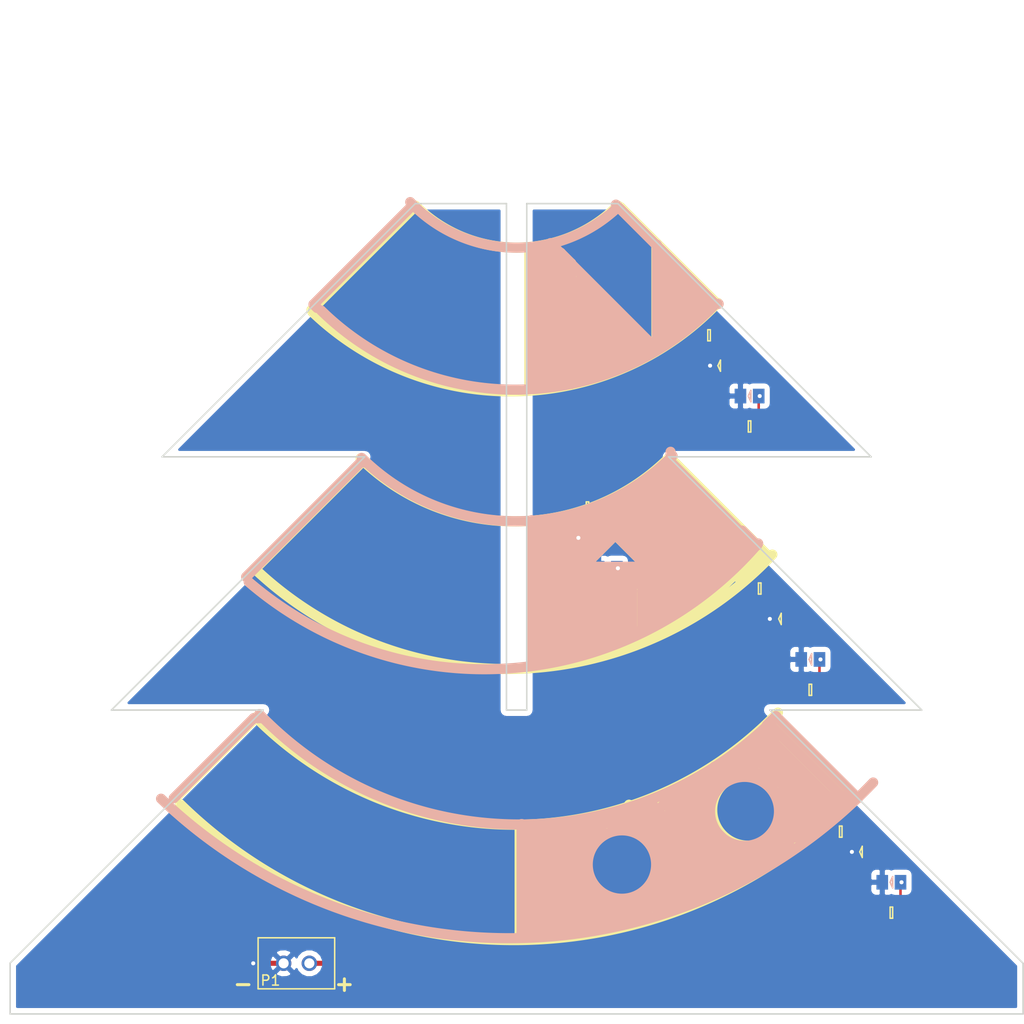
<source format=kicad_pcb>
(kicad_pcb (version 4) (host pcbnew 4.0.4-stable)

  (general
    (links 24)
    (no_connects 0)
    (area 89.924999 79.924999 190.075001 160.075001)
    (thickness 1.6)
    (drawings 835)
    (tracks 64)
    (zones 0)
    (modules 17)
    (nets 11)
  )

  (page A4)
  (layers
    (0 F.Cu signal)
    (31 B.Cu signal)
    (32 B.Adhes user)
    (33 F.Adhes user)
    (34 B.Paste user)
    (35 F.Paste user)
    (36 B.SilkS user)
    (37 F.SilkS user hide)
    (38 B.Mask user)
    (39 F.Mask user)
    (40 Dwgs.User user)
    (41 Cmts.User user)
    (42 Eco1.User user)
    (43 Eco2.User user)
    (44 Edge.Cuts user)
    (45 Margin user)
    (46 B.CrtYd user)
    (47 F.CrtYd user)
    (48 B.Fab user)
    (49 F.Fab user)
  )

  (setup
    (last_trace_width 0.25)
    (trace_clearance 0.2)
    (zone_clearance 0.508)
    (zone_45_only no)
    (trace_min 0.2)
    (segment_width 1)
    (edge_width 0.15)
    (via_size 0.6)
    (via_drill 0.4)
    (via_min_size 0.4)
    (via_min_drill 0.3)
    (uvia_size 0.3)
    (uvia_drill 0.1)
    (uvias_allowed no)
    (uvia_min_size 0.2)
    (uvia_min_drill 0.1)
    (pcb_text_width 0.3)
    (pcb_text_size 1.5 1.5)
    (mod_edge_width 0.15)
    (mod_text_size 1 1)
    (mod_text_width 0.15)
    (pad_size 1.524 1.524)
    (pad_drill 0.762)
    (pad_to_mask_clearance 0.2)
    (aux_axis_origin 0 0)
    (visible_elements 7FFFFFFF)
    (pcbplotparams
      (layerselection 0x00030_80000001)
      (usegerberextensions false)
      (excludeedgelayer true)
      (linewidth 0.100000)
      (plotframeref false)
      (viasonmask false)
      (mode 1)
      (useauxorigin false)
      (hpglpennumber 1)
      (hpglpenspeed 20)
      (hpglpendiameter 15)
      (hpglpenoverlay 2)
      (psnegative false)
      (psa4output false)
      (plotreference true)
      (plotvalue true)
      (plotinvisibletext false)
      (padsonsilk false)
      (subtractmaskfromsilk false)
      (outputformat 1)
      (mirror false)
      (drillshape 1)
      (scaleselection 1)
      (outputdirectory ""))
  )

  (net 0 "")
  (net 1 GND)
  (net 2 "Net-(D1-Pad2)")
  (net 3 "Net-(D2-Pad2)")
  (net 4 "Net-(D3-Pad2)")
  (net 5 "Net-(D4-Pad2)")
  (net 6 "Net-(D5-Pad2)")
  (net 7 "Net-(D6-Pad2)")
  (net 8 "Net-(D7-Pad2)")
  (net 9 "Net-(D8-Pad2)")
  (net 10 "Net-(P1-Pad2)")

  (net_class Default "This is the default net class."
    (clearance 0.2)
    (trace_width 0.25)
    (via_dia 0.6)
    (via_drill 0.4)
    (uvia_dia 0.3)
    (uvia_drill 0.1)
    (add_net "Net-(D1-Pad2)")
    (add_net "Net-(D2-Pad2)")
    (add_net "Net-(D3-Pad2)")
    (add_net "Net-(D4-Pad2)")
    (add_net "Net-(D5-Pad2)")
    (add_net "Net-(D6-Pad2)")
    (add_net "Net-(D7-Pad2)")
    (add_net "Net-(D8-Pad2)")
  )

  (net_class Power ""
    (clearance 0.2)
    (trace_width 0.5)
    (via_dia 0.6)
    (via_drill 0.4)
    (uvia_dia 0.3)
    (uvia_drill 0.1)
    (add_net GND)
    (add_net "Net-(P1-Pad2)")
  )

  (module agg:0805-LED (layer F.Cu) (tedit 5765467B) (tstamp 581C2FF8)
    (at 147 113)
    (path /581B3F88)
    (fp_text reference D1 (at -2.425 0 90) (layer F.Fab)
      (effects (font (size 1 1) (thickness 0.15)))
    )
    (fp_text value LED (at 2.425 0 90) (layer F.Fab)
      (effects (font (size 1 1) (thickness 0.15)))
    )
    (fp_line (start -1 -0.625) (end 1 -0.625) (layer F.Fab) (width 0.01))
    (fp_line (start 1 -0.625) (end 1 0.625) (layer F.Fab) (width 0.01))
    (fp_line (start 1 0.625) (end -1 0.625) (layer F.Fab) (width 0.01))
    (fp_line (start -1 0.625) (end -1 -0.625) (layer F.Fab) (width 0.01))
    (fp_line (start -0.5 -0.625) (end -0.5 0.625) (layer F.Fab) (width 0.01))
    (fp_line (start -0.5 -0.625) (end -0.5 0.625) (layer F.Fab) (width 0.01))
    (fp_line (start 0.5 -0.625) (end 0.5 0.625) (layer F.Fab) (width 0.01))
    (fp_line (start -0.125 0) (end 0.125 -0.55) (layer F.SilkS) (width 0.15))
    (fp_line (start -0.125 0) (end 0.125 0.55) (layer F.SilkS) (width 0.15))
    (fp_line (start 0.125 -0.55) (end 0.125 0.55) (layer F.SilkS) (width 0.15))
    (fp_line (start -1.75 -1) (end 1.75 -1) (layer F.CrtYd) (width 0.01))
    (fp_line (start 1.75 -1) (end 1.75 1) (layer F.CrtYd) (width 0.01))
    (fp_line (start 1.75 1) (end -1.75 1) (layer F.CrtYd) (width 0.01))
    (fp_line (start -1.75 1) (end -1.75 -1) (layer F.CrtYd) (width 0.01))
    (pad 1 smd rect (at -0.9 0) (size 1.15 1.45) (layers F.Cu F.Paste F.Mask)
      (net 1 GND))
    (pad 2 smd rect (at 0.9 0) (size 1.15 1.45) (layers F.Cu F.Paste F.Mask)
      (net 2 "Net-(D1-Pad2)"))
    (model ${KISYS3DMOD}/LEDs.3dshapes/LED_0805.wrl
      (at (xyz -0.006 0 0))
      (scale (xyz 1 1 1))
      (rotate (xyz 0 0 0))
    )
  )

  (module agg:0805-LED (layer F.Cu) (tedit 5765467B) (tstamp 581C300C)
    (at 160 96)
    (path /581B806F)
    (fp_text reference D2 (at -2.425 0 90) (layer F.Fab)
      (effects (font (size 1 1) (thickness 0.15)))
    )
    (fp_text value LED (at 2.425 0 90) (layer F.Fab)
      (effects (font (size 1 1) (thickness 0.15)))
    )
    (fp_line (start -1 -0.625) (end 1 -0.625) (layer F.Fab) (width 0.01))
    (fp_line (start 1 -0.625) (end 1 0.625) (layer F.Fab) (width 0.01))
    (fp_line (start 1 0.625) (end -1 0.625) (layer F.Fab) (width 0.01))
    (fp_line (start -1 0.625) (end -1 -0.625) (layer F.Fab) (width 0.01))
    (fp_line (start -0.5 -0.625) (end -0.5 0.625) (layer F.Fab) (width 0.01))
    (fp_line (start -0.5 -0.625) (end -0.5 0.625) (layer F.Fab) (width 0.01))
    (fp_line (start 0.5 -0.625) (end 0.5 0.625) (layer F.Fab) (width 0.01))
    (fp_line (start -0.125 0) (end 0.125 -0.55) (layer F.SilkS) (width 0.15))
    (fp_line (start -0.125 0) (end 0.125 0.55) (layer F.SilkS) (width 0.15))
    (fp_line (start 0.125 -0.55) (end 0.125 0.55) (layer F.SilkS) (width 0.15))
    (fp_line (start -1.75 -1) (end 1.75 -1) (layer F.CrtYd) (width 0.01))
    (fp_line (start 1.75 -1) (end 1.75 1) (layer F.CrtYd) (width 0.01))
    (fp_line (start 1.75 1) (end -1.75 1) (layer F.CrtYd) (width 0.01))
    (fp_line (start -1.75 1) (end -1.75 -1) (layer F.CrtYd) (width 0.01))
    (pad 1 smd rect (at -0.9 0) (size 1.15 1.45) (layers F.Cu F.Paste F.Mask)
      (net 1 GND))
    (pad 2 smd rect (at 0.9 0) (size 1.15 1.45) (layers F.Cu F.Paste F.Mask)
      (net 3 "Net-(D2-Pad2)"))
    (model ${KISYS3DMOD}/LEDs.3dshapes/LED_0805.wrl
      (at (xyz -0.006 0 0))
      (scale (xyz 1 1 1))
      (rotate (xyz 0 0 0))
    )
  )

  (module agg:0805-LED (layer F.Cu) (tedit 5765467B) (tstamp 581C3020)
    (at 166 121)
    (path /581B80AC)
    (fp_text reference D3 (at -2.425 0 90) (layer F.Fab)
      (effects (font (size 1 1) (thickness 0.15)))
    )
    (fp_text value LED (at 2.425 0 90) (layer F.Fab)
      (effects (font (size 1 1) (thickness 0.15)))
    )
    (fp_line (start -1 -0.625) (end 1 -0.625) (layer F.Fab) (width 0.01))
    (fp_line (start 1 -0.625) (end 1 0.625) (layer F.Fab) (width 0.01))
    (fp_line (start 1 0.625) (end -1 0.625) (layer F.Fab) (width 0.01))
    (fp_line (start -1 0.625) (end -1 -0.625) (layer F.Fab) (width 0.01))
    (fp_line (start -0.5 -0.625) (end -0.5 0.625) (layer F.Fab) (width 0.01))
    (fp_line (start -0.5 -0.625) (end -0.5 0.625) (layer F.Fab) (width 0.01))
    (fp_line (start 0.5 -0.625) (end 0.5 0.625) (layer F.Fab) (width 0.01))
    (fp_line (start -0.125 0) (end 0.125 -0.55) (layer F.SilkS) (width 0.15))
    (fp_line (start -0.125 0) (end 0.125 0.55) (layer F.SilkS) (width 0.15))
    (fp_line (start 0.125 -0.55) (end 0.125 0.55) (layer F.SilkS) (width 0.15))
    (fp_line (start -1.75 -1) (end 1.75 -1) (layer F.CrtYd) (width 0.01))
    (fp_line (start 1.75 -1) (end 1.75 1) (layer F.CrtYd) (width 0.01))
    (fp_line (start 1.75 1) (end -1.75 1) (layer F.CrtYd) (width 0.01))
    (fp_line (start -1.75 1) (end -1.75 -1) (layer F.CrtYd) (width 0.01))
    (pad 1 smd rect (at -0.9 0) (size 1.15 1.45) (layers F.Cu F.Paste F.Mask)
      (net 1 GND))
    (pad 2 smd rect (at 0.9 0) (size 1.15 1.45) (layers F.Cu F.Paste F.Mask)
      (net 4 "Net-(D3-Pad2)"))
    (model ${KISYS3DMOD}/LEDs.3dshapes/LED_0805.wrl
      (at (xyz -0.006 0 0))
      (scale (xyz 1 1 1))
      (rotate (xyz 0 0 0))
    )
  )

  (module agg:0805-LED (layer F.Cu) (tedit 5765467B) (tstamp 581C3034)
    (at 174 144)
    (path /581B80EA)
    (fp_text reference D4 (at -2.425 0 90) (layer F.Fab)
      (effects (font (size 1 1) (thickness 0.15)))
    )
    (fp_text value LED (at 2.425 0 90) (layer F.Fab)
      (effects (font (size 1 1) (thickness 0.15)))
    )
    (fp_line (start -1 -0.625) (end 1 -0.625) (layer F.Fab) (width 0.01))
    (fp_line (start 1 -0.625) (end 1 0.625) (layer F.Fab) (width 0.01))
    (fp_line (start 1 0.625) (end -1 0.625) (layer F.Fab) (width 0.01))
    (fp_line (start -1 0.625) (end -1 -0.625) (layer F.Fab) (width 0.01))
    (fp_line (start -0.5 -0.625) (end -0.5 0.625) (layer F.Fab) (width 0.01))
    (fp_line (start -0.5 -0.625) (end -0.5 0.625) (layer F.Fab) (width 0.01))
    (fp_line (start 0.5 -0.625) (end 0.5 0.625) (layer F.Fab) (width 0.01))
    (fp_line (start -0.125 0) (end 0.125 -0.55) (layer F.SilkS) (width 0.15))
    (fp_line (start -0.125 0) (end 0.125 0.55) (layer F.SilkS) (width 0.15))
    (fp_line (start 0.125 -0.55) (end 0.125 0.55) (layer F.SilkS) (width 0.15))
    (fp_line (start -1.75 -1) (end 1.75 -1) (layer F.CrtYd) (width 0.01))
    (fp_line (start 1.75 -1) (end 1.75 1) (layer F.CrtYd) (width 0.01))
    (fp_line (start 1.75 1) (end -1.75 1) (layer F.CrtYd) (width 0.01))
    (fp_line (start -1.75 1) (end -1.75 -1) (layer F.CrtYd) (width 0.01))
    (pad 1 smd rect (at -0.9 0) (size 1.15 1.45) (layers F.Cu F.Paste F.Mask)
      (net 1 GND))
    (pad 2 smd rect (at 0.9 0) (size 1.15 1.45) (layers F.Cu F.Paste F.Mask)
      (net 5 "Net-(D4-Pad2)"))
    (model ${KISYS3DMOD}/LEDs.3dshapes/LED_0805.wrl
      (at (xyz -0.006 0 0))
      (scale (xyz 1 1 1))
      (rotate (xyz 0 0 0))
    )
  )

  (module agg:0805-LED (layer B.Cu) (tedit 5765467B) (tstamp 581C3048)
    (at 149 116)
    (path /581B812F)
    (fp_text reference D5 (at -2.425 0 270) (layer B.Fab)
      (effects (font (size 1 1) (thickness 0.15)) (justify mirror))
    )
    (fp_text value LED (at 2.425 0 270) (layer B.Fab)
      (effects (font (size 1 1) (thickness 0.15)) (justify mirror))
    )
    (fp_line (start -1 0.625) (end 1 0.625) (layer B.Fab) (width 0.01))
    (fp_line (start 1 0.625) (end 1 -0.625) (layer B.Fab) (width 0.01))
    (fp_line (start 1 -0.625) (end -1 -0.625) (layer B.Fab) (width 0.01))
    (fp_line (start -1 -0.625) (end -1 0.625) (layer B.Fab) (width 0.01))
    (fp_line (start -0.5 0.625) (end -0.5 -0.625) (layer B.Fab) (width 0.01))
    (fp_line (start -0.5 0.625) (end -0.5 -0.625) (layer B.Fab) (width 0.01))
    (fp_line (start 0.5 0.625) (end 0.5 -0.625) (layer B.Fab) (width 0.01))
    (fp_line (start -0.125 0) (end 0.125 0.55) (layer B.SilkS) (width 0.15))
    (fp_line (start -0.125 0) (end 0.125 -0.55) (layer B.SilkS) (width 0.15))
    (fp_line (start 0.125 0.55) (end 0.125 -0.55) (layer B.SilkS) (width 0.15))
    (fp_line (start -1.75 1) (end 1.75 1) (layer B.CrtYd) (width 0.01))
    (fp_line (start 1.75 1) (end 1.75 -1) (layer B.CrtYd) (width 0.01))
    (fp_line (start 1.75 -1) (end -1.75 -1) (layer B.CrtYd) (width 0.01))
    (fp_line (start -1.75 -1) (end -1.75 1) (layer B.CrtYd) (width 0.01))
    (pad 1 smd rect (at -0.9 0) (size 1.15 1.45) (layers B.Cu B.Paste B.Mask)
      (net 1 GND))
    (pad 2 smd rect (at 0.9 0) (size 1.15 1.45) (layers B.Cu B.Paste B.Mask)
      (net 6 "Net-(D5-Pad2)"))
    (model ${KISYS3DMOD}/LEDs.3dshapes/LED_0805.wrl
      (at (xyz -0.006 0 0))
      (scale (xyz 1 1 1))
      (rotate (xyz 0 0 0))
    )
  )

  (module agg:0805-LED (layer B.Cu) (tedit 5765467B) (tstamp 581C305C)
    (at 163 99)
    (path /581B81C5)
    (fp_text reference D6 (at -2.425 0 270) (layer B.Fab)
      (effects (font (size 1 1) (thickness 0.15)) (justify mirror))
    )
    (fp_text value LED (at 2.425 0 270) (layer B.Fab)
      (effects (font (size 1 1) (thickness 0.15)) (justify mirror))
    )
    (fp_line (start -1 0.625) (end 1 0.625) (layer B.Fab) (width 0.01))
    (fp_line (start 1 0.625) (end 1 -0.625) (layer B.Fab) (width 0.01))
    (fp_line (start 1 -0.625) (end -1 -0.625) (layer B.Fab) (width 0.01))
    (fp_line (start -1 -0.625) (end -1 0.625) (layer B.Fab) (width 0.01))
    (fp_line (start -0.5 0.625) (end -0.5 -0.625) (layer B.Fab) (width 0.01))
    (fp_line (start -0.5 0.625) (end -0.5 -0.625) (layer B.Fab) (width 0.01))
    (fp_line (start 0.5 0.625) (end 0.5 -0.625) (layer B.Fab) (width 0.01))
    (fp_line (start -0.125 0) (end 0.125 0.55) (layer B.SilkS) (width 0.15))
    (fp_line (start -0.125 0) (end 0.125 -0.55) (layer B.SilkS) (width 0.15))
    (fp_line (start 0.125 0.55) (end 0.125 -0.55) (layer B.SilkS) (width 0.15))
    (fp_line (start -1.75 1) (end 1.75 1) (layer B.CrtYd) (width 0.01))
    (fp_line (start 1.75 1) (end 1.75 -1) (layer B.CrtYd) (width 0.01))
    (fp_line (start 1.75 -1) (end -1.75 -1) (layer B.CrtYd) (width 0.01))
    (fp_line (start -1.75 -1) (end -1.75 1) (layer B.CrtYd) (width 0.01))
    (pad 1 smd rect (at -0.9 0) (size 1.15 1.45) (layers B.Cu B.Paste B.Mask)
      (net 1 GND))
    (pad 2 smd rect (at 0.9 0) (size 1.15 1.45) (layers B.Cu B.Paste B.Mask)
      (net 7 "Net-(D6-Pad2)"))
    (model ${KISYS3DMOD}/LEDs.3dshapes/LED_0805.wrl
      (at (xyz -0.006 0 0))
      (scale (xyz 1 1 1))
      (rotate (xyz 0 0 0))
    )
  )

  (module agg:0805-LED (layer B.Cu) (tedit 5765467B) (tstamp 581C3070)
    (at 169 125)
    (path /581B820E)
    (fp_text reference D7 (at -2.425 0 270) (layer B.Fab)
      (effects (font (size 1 1) (thickness 0.15)) (justify mirror))
    )
    (fp_text value LED (at 2.425 0 270) (layer B.Fab)
      (effects (font (size 1 1) (thickness 0.15)) (justify mirror))
    )
    (fp_line (start -1 0.625) (end 1 0.625) (layer B.Fab) (width 0.01))
    (fp_line (start 1 0.625) (end 1 -0.625) (layer B.Fab) (width 0.01))
    (fp_line (start 1 -0.625) (end -1 -0.625) (layer B.Fab) (width 0.01))
    (fp_line (start -1 -0.625) (end -1 0.625) (layer B.Fab) (width 0.01))
    (fp_line (start -0.5 0.625) (end -0.5 -0.625) (layer B.Fab) (width 0.01))
    (fp_line (start -0.5 0.625) (end -0.5 -0.625) (layer B.Fab) (width 0.01))
    (fp_line (start 0.5 0.625) (end 0.5 -0.625) (layer B.Fab) (width 0.01))
    (fp_line (start -0.125 0) (end 0.125 0.55) (layer B.SilkS) (width 0.15))
    (fp_line (start -0.125 0) (end 0.125 -0.55) (layer B.SilkS) (width 0.15))
    (fp_line (start 0.125 0.55) (end 0.125 -0.55) (layer B.SilkS) (width 0.15))
    (fp_line (start -1.75 1) (end 1.75 1) (layer B.CrtYd) (width 0.01))
    (fp_line (start 1.75 1) (end 1.75 -1) (layer B.CrtYd) (width 0.01))
    (fp_line (start 1.75 -1) (end -1.75 -1) (layer B.CrtYd) (width 0.01))
    (fp_line (start -1.75 -1) (end -1.75 1) (layer B.CrtYd) (width 0.01))
    (pad 1 smd rect (at -0.9 0) (size 1.15 1.45) (layers B.Cu B.Paste B.Mask)
      (net 1 GND))
    (pad 2 smd rect (at 0.9 0) (size 1.15 1.45) (layers B.Cu B.Paste B.Mask)
      (net 8 "Net-(D7-Pad2)"))
    (model ${KISYS3DMOD}/LEDs.3dshapes/LED_0805.wrl
      (at (xyz -0.006 0 0))
      (scale (xyz 1 1 1))
      (rotate (xyz 0 0 0))
    )
  )

  (module agg:0805-LED (layer B.Cu) (tedit 5765467B) (tstamp 581C3084)
    (at 177 147)
    (path /581B8256)
    (fp_text reference D8 (at -2.425 0 270) (layer B.Fab)
      (effects (font (size 1 1) (thickness 0.15)) (justify mirror))
    )
    (fp_text value LED (at 2.425 0 270) (layer B.Fab)
      (effects (font (size 1 1) (thickness 0.15)) (justify mirror))
    )
    (fp_line (start -1 0.625) (end 1 0.625) (layer B.Fab) (width 0.01))
    (fp_line (start 1 0.625) (end 1 -0.625) (layer B.Fab) (width 0.01))
    (fp_line (start 1 -0.625) (end -1 -0.625) (layer B.Fab) (width 0.01))
    (fp_line (start -1 -0.625) (end -1 0.625) (layer B.Fab) (width 0.01))
    (fp_line (start -0.5 0.625) (end -0.5 -0.625) (layer B.Fab) (width 0.01))
    (fp_line (start -0.5 0.625) (end -0.5 -0.625) (layer B.Fab) (width 0.01))
    (fp_line (start 0.5 0.625) (end 0.5 -0.625) (layer B.Fab) (width 0.01))
    (fp_line (start -0.125 0) (end 0.125 0.55) (layer B.SilkS) (width 0.15))
    (fp_line (start -0.125 0) (end 0.125 -0.55) (layer B.SilkS) (width 0.15))
    (fp_line (start 0.125 0.55) (end 0.125 -0.55) (layer B.SilkS) (width 0.15))
    (fp_line (start -1.75 1) (end 1.75 1) (layer B.CrtYd) (width 0.01))
    (fp_line (start 1.75 1) (end 1.75 -1) (layer B.CrtYd) (width 0.01))
    (fp_line (start 1.75 -1) (end -1.75 -1) (layer B.CrtYd) (width 0.01))
    (fp_line (start -1.75 -1) (end -1.75 1) (layer B.CrtYd) (width 0.01))
    (pad 1 smd rect (at -0.9 0) (size 1.15 1.45) (layers B.Cu B.Paste B.Mask)
      (net 1 GND))
    (pad 2 smd rect (at 0.9 0) (size 1.15 1.45) (layers B.Cu B.Paste B.Mask)
      (net 9 "Net-(D8-Pad2)"))
    (model ${KISYS3DMOD}/LEDs.3dshapes/LED_0805.wrl
      (at (xyz -0.006 0 0))
      (scale (xyz 1 1 1))
      (rotate (xyz 0 0 0))
    )
  )

  (module agg:M20_connector_hw (layer F.Cu) (tedit 58189458) (tstamp 581C308E)
    (at 117 155)
    (path /581B5878)
    (fp_text reference P1 (at -1.30302 1.69482) (layer F.SilkS)
      (effects (font (size 1 1) (thickness 0.15)))
    )
    (fp_text value CONN_01X02 (at 1.6383 3.3039) (layer F.Fab)
      (effects (font (size 1 1) (thickness 0.15)))
    )
    (fp_line (start -2.52 -2.52) (end -2.52 2.52) (layer F.SilkS) (width 0.15))
    (fp_line (start -2.52 2.52) (end 5.04 2.52) (layer F.SilkS) (width 0.15))
    (fp_line (start 5.04 2.52) (end 5.04 -2.52) (layer F.SilkS) (width 0.15))
    (fp_line (start 5.04 -2.52) (end -2.52 -2.52) (layer F.SilkS) (width 0.15))
    (pad 1 thru_hole circle (at 0 0) (size 1.524 1.524) (drill 1) (layers *.Cu *.Mask)
      (net 1 GND))
    (pad 2 thru_hole circle (at 2.54 0) (size 1.524 1.524) (drill 1) (layers *.Cu *.Mask)
      (net 10 "Net-(P1-Pad2)"))
  )

  (module agg:0805 (layer F.Cu) (tedit 57654490) (tstamp 581C30A2)
    (at 147 110)
    (path /581B4306)
    (fp_text reference R1 (at -2.425 0 90) (layer F.Fab)
      (effects (font (size 1 1) (thickness 0.15)))
    )
    (fp_text value 270 (at 2.425 0 90) (layer F.Fab)
      (effects (font (size 1 1) (thickness 0.15)))
    )
    (fp_line (start -1 -0.625) (end 1 -0.625) (layer F.Fab) (width 0.01))
    (fp_line (start 1 -0.625) (end 1 0.625) (layer F.Fab) (width 0.01))
    (fp_line (start 1 0.625) (end -1 0.625) (layer F.Fab) (width 0.01))
    (fp_line (start -1 0.625) (end -1 -0.625) (layer F.Fab) (width 0.01))
    (fp_line (start -0.5 -0.625) (end -0.5 0.625) (layer F.Fab) (width 0.01))
    (fp_line (start 0.5 -0.625) (end 0.5 0.625) (layer F.Fab) (width 0.01))
    (fp_line (start -0.125 -0.55) (end 0.125 -0.55) (layer F.SilkS) (width 0.15))
    (fp_line (start 0.125 -0.55) (end 0.125 0.55) (layer F.SilkS) (width 0.15))
    (fp_line (start 0.125 0.55) (end -0.125 0.55) (layer F.SilkS) (width 0.15))
    (fp_line (start -0.125 0.55) (end -0.125 -0.55) (layer F.SilkS) (width 0.15))
    (fp_line (start -1.75 -1) (end 1.75 -1) (layer F.CrtYd) (width 0.01))
    (fp_line (start 1.75 -1) (end 1.75 1) (layer F.CrtYd) (width 0.01))
    (fp_line (start 1.75 1) (end -1.75 1) (layer F.CrtYd) (width 0.01))
    (fp_line (start -1.75 1) (end -1.75 -1) (layer F.CrtYd) (width 0.01))
    (pad 1 smd rect (at -0.9 0) (size 1.15 1.45) (layers F.Cu F.Paste F.Mask)
      (net 2 "Net-(D1-Pad2)"))
    (pad 2 smd rect (at 0.9 0) (size 1.15 1.45) (layers F.Cu F.Paste F.Mask)
      (net 10 "Net-(P1-Pad2)"))
    (model ${KISYS3DMOD}/Resistors_SMD.3dshapes/R_0805.wrl
      (at (xyz 0 0 0))
      (scale (xyz 1 1 1))
      (rotate (xyz 0 0 0))
    )
  )

  (module agg:0805 (layer F.Cu) (tedit 57654490) (tstamp 581C30B6)
    (at 159 93 180)
    (path /581B4358)
    (fp_text reference R2 (at -2.425 0 270) (layer F.Fab)
      (effects (font (size 1 1) (thickness 0.15)))
    )
    (fp_text value 100 (at 2.425 0 270) (layer F.Fab)
      (effects (font (size 1 1) (thickness 0.15)))
    )
    (fp_line (start -1 -0.625) (end 1 -0.625) (layer F.Fab) (width 0.01))
    (fp_line (start 1 -0.625) (end 1 0.625) (layer F.Fab) (width 0.01))
    (fp_line (start 1 0.625) (end -1 0.625) (layer F.Fab) (width 0.01))
    (fp_line (start -1 0.625) (end -1 -0.625) (layer F.Fab) (width 0.01))
    (fp_line (start -0.5 -0.625) (end -0.5 0.625) (layer F.Fab) (width 0.01))
    (fp_line (start 0.5 -0.625) (end 0.5 0.625) (layer F.Fab) (width 0.01))
    (fp_line (start -0.125 -0.55) (end 0.125 -0.55) (layer F.SilkS) (width 0.15))
    (fp_line (start 0.125 -0.55) (end 0.125 0.55) (layer F.SilkS) (width 0.15))
    (fp_line (start 0.125 0.55) (end -0.125 0.55) (layer F.SilkS) (width 0.15))
    (fp_line (start -0.125 0.55) (end -0.125 -0.55) (layer F.SilkS) (width 0.15))
    (fp_line (start -1.75 -1) (end 1.75 -1) (layer F.CrtYd) (width 0.01))
    (fp_line (start 1.75 -1) (end 1.75 1) (layer F.CrtYd) (width 0.01))
    (fp_line (start 1.75 1) (end -1.75 1) (layer F.CrtYd) (width 0.01))
    (fp_line (start -1.75 1) (end -1.75 -1) (layer F.CrtYd) (width 0.01))
    (pad 1 smd rect (at -0.9 0 180) (size 1.15 1.45) (layers F.Cu F.Paste F.Mask)
      (net 3 "Net-(D2-Pad2)"))
    (pad 2 smd rect (at 0.9 0 180) (size 1.15 1.45) (layers F.Cu F.Paste F.Mask)
      (net 10 "Net-(P1-Pad2)"))
    (model ${KISYS3DMOD}/Resistors_SMD.3dshapes/R_0805.wrl
      (at (xyz 0 0 0))
      (scale (xyz 1 1 1))
      (rotate (xyz 0 0 0))
    )
  )

  (module agg:0805 (layer F.Cu) (tedit 57654490) (tstamp 581C30CA)
    (at 164 118 180)
    (path /581B4396)
    (fp_text reference R3 (at -2.425 0 270) (layer F.Fab)
      (effects (font (size 1 1) (thickness 0.15)))
    )
    (fp_text value 270 (at 2.425 0 270) (layer F.Fab)
      (effects (font (size 1 1) (thickness 0.15)))
    )
    (fp_line (start -1 -0.625) (end 1 -0.625) (layer F.Fab) (width 0.01))
    (fp_line (start 1 -0.625) (end 1 0.625) (layer F.Fab) (width 0.01))
    (fp_line (start 1 0.625) (end -1 0.625) (layer F.Fab) (width 0.01))
    (fp_line (start -1 0.625) (end -1 -0.625) (layer F.Fab) (width 0.01))
    (fp_line (start -0.5 -0.625) (end -0.5 0.625) (layer F.Fab) (width 0.01))
    (fp_line (start 0.5 -0.625) (end 0.5 0.625) (layer F.Fab) (width 0.01))
    (fp_line (start -0.125 -0.55) (end 0.125 -0.55) (layer F.SilkS) (width 0.15))
    (fp_line (start 0.125 -0.55) (end 0.125 0.55) (layer F.SilkS) (width 0.15))
    (fp_line (start 0.125 0.55) (end -0.125 0.55) (layer F.SilkS) (width 0.15))
    (fp_line (start -0.125 0.55) (end -0.125 -0.55) (layer F.SilkS) (width 0.15))
    (fp_line (start -1.75 -1) (end 1.75 -1) (layer F.CrtYd) (width 0.01))
    (fp_line (start 1.75 -1) (end 1.75 1) (layer F.CrtYd) (width 0.01))
    (fp_line (start 1.75 1) (end -1.75 1) (layer F.CrtYd) (width 0.01))
    (fp_line (start -1.75 1) (end -1.75 -1) (layer F.CrtYd) (width 0.01))
    (pad 1 smd rect (at -0.9 0 180) (size 1.15 1.45) (layers F.Cu F.Paste F.Mask)
      (net 4 "Net-(D3-Pad2)"))
    (pad 2 smd rect (at 0.9 0 180) (size 1.15 1.45) (layers F.Cu F.Paste F.Mask)
      (net 10 "Net-(P1-Pad2)"))
    (model ${KISYS3DMOD}/Resistors_SMD.3dshapes/R_0805.wrl
      (at (xyz 0 0 0))
      (scale (xyz 1 1 1))
      (rotate (xyz 0 0 0))
    )
  )

  (module agg:0805 (layer F.Cu) (tedit 57654490) (tstamp 581C30DE)
    (at 172 142 180)
    (path /581B43D1)
    (fp_text reference R4 (at -2.425 0 270) (layer F.Fab)
      (effects (font (size 1 1) (thickness 0.15)))
    )
    (fp_text value 270 (at 2.425 0 270) (layer F.Fab)
      (effects (font (size 1 1) (thickness 0.15)))
    )
    (fp_line (start -1 -0.625) (end 1 -0.625) (layer F.Fab) (width 0.01))
    (fp_line (start 1 -0.625) (end 1 0.625) (layer F.Fab) (width 0.01))
    (fp_line (start 1 0.625) (end -1 0.625) (layer F.Fab) (width 0.01))
    (fp_line (start -1 0.625) (end -1 -0.625) (layer F.Fab) (width 0.01))
    (fp_line (start -0.5 -0.625) (end -0.5 0.625) (layer F.Fab) (width 0.01))
    (fp_line (start 0.5 -0.625) (end 0.5 0.625) (layer F.Fab) (width 0.01))
    (fp_line (start -0.125 -0.55) (end 0.125 -0.55) (layer F.SilkS) (width 0.15))
    (fp_line (start 0.125 -0.55) (end 0.125 0.55) (layer F.SilkS) (width 0.15))
    (fp_line (start 0.125 0.55) (end -0.125 0.55) (layer F.SilkS) (width 0.15))
    (fp_line (start -0.125 0.55) (end -0.125 -0.55) (layer F.SilkS) (width 0.15))
    (fp_line (start -1.75 -1) (end 1.75 -1) (layer F.CrtYd) (width 0.01))
    (fp_line (start 1.75 -1) (end 1.75 1) (layer F.CrtYd) (width 0.01))
    (fp_line (start 1.75 1) (end -1.75 1) (layer F.CrtYd) (width 0.01))
    (fp_line (start -1.75 1) (end -1.75 -1) (layer F.CrtYd) (width 0.01))
    (pad 1 smd rect (at -0.9 0 180) (size 1.15 1.45) (layers F.Cu F.Paste F.Mask)
      (net 5 "Net-(D4-Pad2)"))
    (pad 2 smd rect (at 0.9 0 180) (size 1.15 1.45) (layers F.Cu F.Paste F.Mask)
      (net 10 "Net-(P1-Pad2)"))
    (model ${KISYS3DMOD}/Resistors_SMD.3dshapes/R_0805.wrl
      (at (xyz 0 0 0))
      (scale (xyz 1 1 1))
      (rotate (xyz 0 0 0))
    )
  )

  (module agg:0805 (layer F.Cu) (tedit 57654490) (tstamp 581C30F2)
    (at 149 119)
    (path /581B7C4A)
    (fp_text reference R5 (at -2.425 0 90) (layer F.Fab)
      (effects (font (size 1 1) (thickness 0.15)))
    )
    (fp_text value 270 (at 2.425 0 90) (layer F.Fab)
      (effects (font (size 1 1) (thickness 0.15)))
    )
    (fp_line (start -1 -0.625) (end 1 -0.625) (layer F.Fab) (width 0.01))
    (fp_line (start 1 -0.625) (end 1 0.625) (layer F.Fab) (width 0.01))
    (fp_line (start 1 0.625) (end -1 0.625) (layer F.Fab) (width 0.01))
    (fp_line (start -1 0.625) (end -1 -0.625) (layer F.Fab) (width 0.01))
    (fp_line (start -0.5 -0.625) (end -0.5 0.625) (layer F.Fab) (width 0.01))
    (fp_line (start 0.5 -0.625) (end 0.5 0.625) (layer F.Fab) (width 0.01))
    (fp_line (start -0.125 -0.55) (end 0.125 -0.55) (layer F.SilkS) (width 0.15))
    (fp_line (start 0.125 -0.55) (end 0.125 0.55) (layer F.SilkS) (width 0.15))
    (fp_line (start 0.125 0.55) (end -0.125 0.55) (layer F.SilkS) (width 0.15))
    (fp_line (start -0.125 0.55) (end -0.125 -0.55) (layer F.SilkS) (width 0.15))
    (fp_line (start -1.75 -1) (end 1.75 -1) (layer F.CrtYd) (width 0.01))
    (fp_line (start 1.75 -1) (end 1.75 1) (layer F.CrtYd) (width 0.01))
    (fp_line (start 1.75 1) (end -1.75 1) (layer F.CrtYd) (width 0.01))
    (fp_line (start -1.75 1) (end -1.75 -1) (layer F.CrtYd) (width 0.01))
    (pad 1 smd rect (at -0.9 0) (size 1.15 1.45) (layers F.Cu F.Paste F.Mask)
      (net 6 "Net-(D5-Pad2)"))
    (pad 2 smd rect (at 0.9 0) (size 1.15 1.45) (layers F.Cu F.Paste F.Mask)
      (net 10 "Net-(P1-Pad2)"))
    (model ${KISYS3DMOD}/Resistors_SMD.3dshapes/R_0805.wrl
      (at (xyz 0 0 0))
      (scale (xyz 1 1 1))
      (rotate (xyz 0 0 0))
    )
  )

  (module agg:0805 (layer F.Cu) (tedit 57654490) (tstamp 581C3106)
    (at 163 102 180)
    (path /581B7EA2)
    (fp_text reference R6 (at -2.425 0 270) (layer F.Fab)
      (effects (font (size 1 1) (thickness 0.15)))
    )
    (fp_text value 100 (at 2.425 0 270) (layer F.Fab)
      (effects (font (size 1 1) (thickness 0.15)))
    )
    (fp_line (start -1 -0.625) (end 1 -0.625) (layer F.Fab) (width 0.01))
    (fp_line (start 1 -0.625) (end 1 0.625) (layer F.Fab) (width 0.01))
    (fp_line (start 1 0.625) (end -1 0.625) (layer F.Fab) (width 0.01))
    (fp_line (start -1 0.625) (end -1 -0.625) (layer F.Fab) (width 0.01))
    (fp_line (start -0.5 -0.625) (end -0.5 0.625) (layer F.Fab) (width 0.01))
    (fp_line (start 0.5 -0.625) (end 0.5 0.625) (layer F.Fab) (width 0.01))
    (fp_line (start -0.125 -0.55) (end 0.125 -0.55) (layer F.SilkS) (width 0.15))
    (fp_line (start 0.125 -0.55) (end 0.125 0.55) (layer F.SilkS) (width 0.15))
    (fp_line (start 0.125 0.55) (end -0.125 0.55) (layer F.SilkS) (width 0.15))
    (fp_line (start -0.125 0.55) (end -0.125 -0.55) (layer F.SilkS) (width 0.15))
    (fp_line (start -1.75 -1) (end 1.75 -1) (layer F.CrtYd) (width 0.01))
    (fp_line (start 1.75 -1) (end 1.75 1) (layer F.CrtYd) (width 0.01))
    (fp_line (start 1.75 1) (end -1.75 1) (layer F.CrtYd) (width 0.01))
    (fp_line (start -1.75 1) (end -1.75 -1) (layer F.CrtYd) (width 0.01))
    (pad 1 smd rect (at -0.9 0 180) (size 1.15 1.45) (layers F.Cu F.Paste F.Mask)
      (net 7 "Net-(D6-Pad2)"))
    (pad 2 smd rect (at 0.9 0 180) (size 1.15 1.45) (layers F.Cu F.Paste F.Mask)
      (net 10 "Net-(P1-Pad2)"))
    (model ${KISYS3DMOD}/Resistors_SMD.3dshapes/R_0805.wrl
      (at (xyz 0 0 0))
      (scale (xyz 1 1 1))
      (rotate (xyz 0 0 0))
    )
  )

  (module agg:0805 (layer F.Cu) (tedit 57654490) (tstamp 581C311A)
    (at 169 128 180)
    (path /581B7F0E)
    (fp_text reference R7 (at -2.425 0 270) (layer F.Fab)
      (effects (font (size 1 1) (thickness 0.15)))
    )
    (fp_text value 270 (at 2.425 0 270) (layer F.Fab)
      (effects (font (size 1 1) (thickness 0.15)))
    )
    (fp_line (start -1 -0.625) (end 1 -0.625) (layer F.Fab) (width 0.01))
    (fp_line (start 1 -0.625) (end 1 0.625) (layer F.Fab) (width 0.01))
    (fp_line (start 1 0.625) (end -1 0.625) (layer F.Fab) (width 0.01))
    (fp_line (start -1 0.625) (end -1 -0.625) (layer F.Fab) (width 0.01))
    (fp_line (start -0.5 -0.625) (end -0.5 0.625) (layer F.Fab) (width 0.01))
    (fp_line (start 0.5 -0.625) (end 0.5 0.625) (layer F.Fab) (width 0.01))
    (fp_line (start -0.125 -0.55) (end 0.125 -0.55) (layer F.SilkS) (width 0.15))
    (fp_line (start 0.125 -0.55) (end 0.125 0.55) (layer F.SilkS) (width 0.15))
    (fp_line (start 0.125 0.55) (end -0.125 0.55) (layer F.SilkS) (width 0.15))
    (fp_line (start -0.125 0.55) (end -0.125 -0.55) (layer F.SilkS) (width 0.15))
    (fp_line (start -1.75 -1) (end 1.75 -1) (layer F.CrtYd) (width 0.01))
    (fp_line (start 1.75 -1) (end 1.75 1) (layer F.CrtYd) (width 0.01))
    (fp_line (start 1.75 1) (end -1.75 1) (layer F.CrtYd) (width 0.01))
    (fp_line (start -1.75 1) (end -1.75 -1) (layer F.CrtYd) (width 0.01))
    (pad 1 smd rect (at -0.9 0 180) (size 1.15 1.45) (layers F.Cu F.Paste F.Mask)
      (net 8 "Net-(D7-Pad2)"))
    (pad 2 smd rect (at 0.9 0 180) (size 1.15 1.45) (layers F.Cu F.Paste F.Mask)
      (net 10 "Net-(P1-Pad2)"))
    (model ${KISYS3DMOD}/Resistors_SMD.3dshapes/R_0805.wrl
      (at (xyz 0 0 0))
      (scale (xyz 1 1 1))
      (rotate (xyz 0 0 0))
    )
  )

  (module agg:0805 (layer F.Cu) (tedit 57654490) (tstamp 581C312E)
    (at 177 150 180)
    (path /581B7F7C)
    (fp_text reference R8 (at -2.425 0 270) (layer F.Fab)
      (effects (font (size 1 1) (thickness 0.15)))
    )
    (fp_text value 270 (at 2.425 0 270) (layer F.Fab)
      (effects (font (size 1 1) (thickness 0.15)))
    )
    (fp_line (start -1 -0.625) (end 1 -0.625) (layer F.Fab) (width 0.01))
    (fp_line (start 1 -0.625) (end 1 0.625) (layer F.Fab) (width 0.01))
    (fp_line (start 1 0.625) (end -1 0.625) (layer F.Fab) (width 0.01))
    (fp_line (start -1 0.625) (end -1 -0.625) (layer F.Fab) (width 0.01))
    (fp_line (start -0.5 -0.625) (end -0.5 0.625) (layer F.Fab) (width 0.01))
    (fp_line (start 0.5 -0.625) (end 0.5 0.625) (layer F.Fab) (width 0.01))
    (fp_line (start -0.125 -0.55) (end 0.125 -0.55) (layer F.SilkS) (width 0.15))
    (fp_line (start 0.125 -0.55) (end 0.125 0.55) (layer F.SilkS) (width 0.15))
    (fp_line (start 0.125 0.55) (end -0.125 0.55) (layer F.SilkS) (width 0.15))
    (fp_line (start -0.125 0.55) (end -0.125 -0.55) (layer F.SilkS) (width 0.15))
    (fp_line (start -1.75 -1) (end 1.75 -1) (layer F.CrtYd) (width 0.01))
    (fp_line (start 1.75 -1) (end 1.75 1) (layer F.CrtYd) (width 0.01))
    (fp_line (start 1.75 1) (end -1.75 1) (layer F.CrtYd) (width 0.01))
    (fp_line (start -1.75 1) (end -1.75 -1) (layer F.CrtYd) (width 0.01))
    (pad 1 smd rect (at -0.9 0 180) (size 1.15 1.45) (layers F.Cu F.Paste F.Mask)
      (net 9 "Net-(D8-Pad2)"))
    (pad 2 smd rect (at 0.9 0 180) (size 1.15 1.45) (layers F.Cu F.Paste F.Mask)
      (net 10 "Net-(P1-Pad2)"))
    (model ${KISYS3DMOD}/Resistors_SMD.3dshapes/R_0805.wrl
      (at (xyz 0 0 0))
      (scale (xyz 1 1 1))
      (rotate (xyz 0 0 0))
    )
  )

  (gr_line (start 139 130) (end 139 80) (angle 90) (layer Edge.Cuts) (width 0.15))
  (gr_line (start 141 130) (end 139 130) (angle 90) (layer Edge.Cuts) (width 0.15))
  (gr_line (start 141 80) (end 141 130) (angle 90) (layer Edge.Cuts) (width 0.15))
  (gr_line (start 150 80) (end 141 80) (angle 90) (layer Edge.Cuts) (width 0.15))
  (gr_line (start 175 105) (end 150 80) (angle 90) (layer Edge.Cuts) (width 0.15))
  (gr_line (start 155 105) (end 175 105) (angle 90) (layer Edge.Cuts) (width 0.15))
  (gr_line (start 180 130) (end 155 105) (angle 90) (layer Edge.Cuts) (width 0.15))
  (gr_line (start 165 130) (end 180 130) (angle 90) (layer Edge.Cuts) (width 0.15))
  (gr_line (start 190 155) (end 165 130) (angle 90) (layer Edge.Cuts) (width 0.15))
  (gr_line (start 190 160) (end 190 155) (angle 90) (layer Edge.Cuts) (width 0.15))
  (gr_line (start 90 160) (end 190 160) (angle 90) (layer Edge.Cuts) (width 0.15))
  (gr_line (start 90 154.975) (end 90 160) (angle 90) (layer Edge.Cuts) (width 0.15))
  (gr_line (start 114.975 130) (end 90 154.975) (angle 90) (layer Edge.Cuts) (width 0.15))
  (gr_line (start 100 130) (end 114.975 130) (angle 90) (layer Edge.Cuts) (width 0.15))
  (gr_line (start 125 105) (end 100 130) (angle 90) (layer Edge.Cuts) (width 0.15))
  (gr_line (start 105 105) (end 125 105) (angle 90) (layer Edge.Cuts) (width 0.15))
  (gr_line (start 130 80) (end 105 105) (angle 90) (layer Edge.Cuts) (width 0.15))
  (gr_line (start 139 80) (end 130 80) (angle 90) (layer Edge.Cuts) (width 0.15))
  (gr_arc (start 139.25 102.8) (end 175.2 137.15) (angle 90) (layer B.SilkS) (width 1))
  (gr_line (start 149.3 149) (end 149.3 149.15) (angle 90) (layer B.SilkS) (width 1))
  (gr_line (start 149.3 150.3) (end 149.3 149) (angle 90) (layer B.SilkS) (width 1))
  (gr_line (start 151.9 150.3) (end 149.3 150.3) (angle 90) (layer B.SilkS) (width 1))
  (gr_line (start 147.95 150.7) (end 150 150.7) (angle 90) (layer B.SilkS) (width 1))
  (gr_line (start 163.2 136) (end 162.85 136) (angle 90) (layer B.SilkS) (width 1))
  (gr_line (start 163.85 136.65) (end 163.2 136) (angle 90) (layer B.SilkS) (width 1))
  (gr_line (start 165 135.5) (end 163.85 136.65) (angle 90) (layer B.SilkS) (width 1))
  (gr_line (start 166.65 137.15) (end 165 135.5) (angle 90) (layer B.SilkS) (width 1))
  (gr_line (start 166.9 140.85) (end 166.9 142.25) (angle 90) (layer B.SilkS) (width 1))
  (gr_line (start 166.4 140.35) (end 166.9 140.85) (angle 90) (layer B.SilkS) (width 1))
  (gr_line (start 166 140.75) (end 166.4 140.35) (angle 90) (layer B.SilkS) (width 1))
  (gr_line (start 166.75 141.5) (end 166 140.75) (angle 90) (layer B.SilkS) (width 1))
  (gr_line (start 164.4 143.85) (end 166.75 141.5) (angle 90) (layer B.SilkS) (width 1))
  (gr_line (start 162.35 143.85) (end 164.4 143.85) (angle 90) (layer B.SilkS) (width 1))
  (gr_line (start 162.35 144.65) (end 162.35 143.85) (angle 90) (layer B.SilkS) (width 1))
  (gr_line (start 158.6 140.9) (end 162.35 144.65) (angle 90) (layer B.SilkS) (width 1))
  (gr_line (start 158.6 137.75) (end 158.6 140.9) (angle 90) (layer B.SilkS) (width 1))
  (gr_line (start 157.95 137.75) (end 158.6 137.75) (angle 90) (layer B.SilkS) (width 1))
  (gr_line (start 157.95 143.7) (end 157.95 137.75) (angle 90) (layer B.SilkS) (width 1))
  (gr_line (start 160.3 146.05) (end 157.95 143.7) (angle 90) (layer B.SilkS) (width 1))
  (gr_line (start 160.8 145.55) (end 160.3 146.05) (angle 90) (layer B.SilkS) (width 1))
  (gr_line (start 157.9 142.65) (end 160.8 145.55) (angle 90) (layer B.SilkS) (width 1))
  (gr_line (start 158.4 142.15) (end 157.9 142.65) (angle 90) (layer B.SilkS) (width 1))
  (gr_line (start 161.3 145.05) (end 158.4 142.15) (angle 90) (layer B.SilkS) (width 1))
  (gr_line (start 161.85 144.5) (end 161.3 145.05) (angle 90) (layer B.SilkS) (width 1))
  (gr_line (start 157.9 140.55) (end 161.85 144.5) (angle 90) (layer B.SilkS) (width 1))
  (gr_line (start 162.95 145.45) (end 162.95 145.9) (angle 90) (layer B.SilkS) (width 1))
  (gr_line (start 161.5 146.9) (end 162.95 145.45) (angle 90) (layer B.SilkS) (width 1))
  (gr_line (start 159.8 146.9) (end 161.5 146.9) (angle 90) (layer B.SilkS) (width 1))
  (gr_line (start 159.8 147.6) (end 159.8 146.9) (angle 90) (layer B.SilkS) (width 1))
  (gr_line (start 162.1 145.3) (end 159.8 147.6) (angle 90) (layer B.SilkS) (width 1))
  (gr_line (start 163.35 145.3) (end 162.1 145.3) (angle 90) (layer B.SilkS) (width 1))
  (gr_line (start 164.3 145.3) (end 163.35 145.3) (angle 90) (layer B.SilkS) (width 1))
  (gr_line (start 166.1 143.5) (end 164.3 145.3) (angle 90) (layer B.SilkS) (width 1))
  (gr_line (start 166.5 143.9) (end 166.1 143.5) (angle 90) (layer B.SilkS) (width 1))
  (gr_line (start 166.9 143.5) (end 166.5 143.9) (angle 90) (layer B.SilkS) (width 1))
  (gr_line (start 166.9 142.55) (end 166.9 143.5) (angle 90) (layer B.SilkS) (width 1))
  (gr_line (start 168.6 142.55) (end 166.9 142.55) (angle 90) (layer B.SilkS) (width 1))
  (gr_line (start 170.05 141.1) (end 168.6 142.55) (angle 90) (layer B.SilkS) (width 1))
  (gr_line (start 169.75 140.8) (end 170.05 141.1) (angle 90) (layer B.SilkS) (width 1))
  (gr_line (start 169.75 139.9) (end 169.75 140.8) (angle 90) (layer B.SilkS) (width 1))
  (gr_line (start 167.35 139.9) (end 169.75 139.9) (angle 90) (layer B.SilkS) (width 1))
  (gr_line (start 165.65 138.2) (end 167.35 139.9) (angle 90) (layer B.SilkS) (width 1))
  (gr_line (start 164.1 136.65) (end 165.65 138.2) (angle 90) (layer B.SilkS) (width 1))
  (gr_line (start 163.35 135.9) (end 164.1 136.65) (angle 90) (layer B.SilkS) (width 1))
  (gr_line (start 163.35 134.5) (end 163.35 135.9) (angle 90) (layer B.SilkS) (width 1))
  (gr_line (start 165.15 136.3) (end 163.35 134.5) (angle 90) (layer B.SilkS) (width 1))
  (gr_line (start 166 137.15) (end 165.15 136.3) (angle 90) (layer B.SilkS) (width 1))
  (gr_line (start 167.05 138.2) (end 166 137.15) (angle 90) (layer B.SilkS) (width 1))
  (gr_line (start 167.05 139.2) (end 167.05 138.2) (angle 90) (layer B.SilkS) (width 1))
  (gr_line (start 168.75 139.2) (end 167.05 139.2) (angle 90) (layer B.SilkS) (width 1))
  (gr_line (start 168.25 139.7) (end 168.75 139.2) (angle 90) (layer B.SilkS) (width 1))
  (gr_line (start 169.25 140.7) (end 168.25 139.7) (angle 90) (layer B.SilkS) (width 1))
  (gr_line (start 167.35 142.6) (end 169.25 140.7) (angle 90) (layer B.SilkS) (width 1))
  (gr_line (start 167.35 140.55) (end 167.35 142.6) (angle 90) (layer B.SilkS) (width 1))
  (gr_line (start 166.35 139.55) (end 167.35 140.55) (angle 90) (layer B.SilkS) (width 1))
  (gr_line (start 166.35 137.05) (end 166.35 139.55) (angle 90) (layer B.SilkS) (width 1))
  (gr_line (start 164.8 137.05) (end 166.35 137.05) (angle 90) (layer B.SilkS) (width 1))
  (gr_line (start 164.8 134.25) (end 164.8 137.05) (angle 90) (layer B.SilkS) (width 1))
  (gr_line (start 162.1 134.25) (end 164.8 134.25) (angle 90) (layer B.SilkS) (width 1))
  (gr_line (start 161.45 134.9) (end 162.1 134.25) (angle 90) (layer B.SilkS) (width 1))
  (gr_line (start 159.55 136.8) (end 161.45 134.9) (angle 90) (layer B.SilkS) (width 1))
  (gr_line (start 159.55 135.6) (end 159.55 136.8) (angle 90) (layer B.SilkS) (width 1))
  (gr_line (start 161.65 135.6) (end 159.55 135.6) (angle 90) (layer B.SilkS) (width 1))
  (gr_line (start 163.5 133.75) (end 161.65 135.6) (angle 90) (layer B.SilkS) (width 1))
  (gr_line (start 163.5 134.7) (end 163.5 133.75) (angle 90) (layer B.SilkS) (width 1))
  (gr_line (start 162.4 135.8) (end 163.5 134.7) (angle 90) (layer B.SilkS) (width 1))
  (gr_line (start 160.55 135.8) (end 162.4 135.8) (angle 90) (layer B.SilkS) (width 1))
  (gr_line (start 160.55 136.8) (end 160.55 135.8) (angle 90) (layer B.SilkS) (width 1))
  (gr_line (start 158.7 136.8) (end 160.55 136.8) (angle 90) (layer B.SilkS) (width 1))
  (gr_line (start 158.7 137.75) (end 158.7 136.8) (angle 90) (layer B.SilkS) (width 1))
  (gr_line (start 157.25 137.75) (end 158.7 137.75) (angle 90) (layer B.SilkS) (width 1))
  (gr_line (start 157.25 147.15) (end 157.25 137.75) (angle 90) (layer B.SilkS) (width 1))
  (gr_line (start 156 147.15) (end 157.25 147.15) (angle 90) (layer B.SilkS) (width 1))
  (gr_line (start 156 137.95) (end 156 147.15) (angle 90) (layer B.SilkS) (width 1))
  (gr_line (start 157.7 137.95) (end 156 137.95) (angle 90) (layer B.SilkS) (width 1))
  (gr_line (start 156.65 137.95) (end 157.7 137.95) (angle 90) (layer B.SilkS) (width 1))
  (gr_line (start 156.65 148.5) (end 156.65 137.95) (angle 90) (layer B.SilkS) (width 1))
  (gr_line (start 155.35 148.5) (end 156.65 148.5) (angle 90) (layer B.SilkS) (width 1))
  (gr_line (start 155.85 149) (end 155.35 148.5) (angle 90) (layer B.SilkS) (width 1))
  (gr_line (start 154.95 149.9) (end 155.85 149) (angle 90) (layer B.SilkS) (width 1))
  (gr_line (start 153.95 149.9) (end 154.95 149.9) (angle 90) (layer B.SilkS) (width 1))
  (gr_line (start 153.95 147.65) (end 153.95 149.9) (angle 90) (layer B.SilkS) (width 1))
  (gr_line (start 153.95 143.95) (end 153.95 147.65) (angle 90) (layer B.SilkS) (width 1))
  (gr_line (start 151.75 141.75) (end 153.95 143.95) (angle 90) (layer B.SilkS) (width 1))
  (gr_line (start 152.4 141.1) (end 151.75 141.75) (angle 90) (layer B.SilkS) (width 1))
  (gr_line (start 154.7 143.4) (end 152.4 141.1) (angle 90) (layer B.SilkS) (width 1))
  (gr_line (start 154.7 141.7) (end 154.7 143.4) (angle 90) (layer B.SilkS) (width 1))
  (gr_line (start 154.7 149.45) (end 154.7 141.7) (angle 90) (layer B.SilkS) (width 1))
  (gr_line (start 153.55 149.45) (end 154.7 149.45) (angle 90) (layer B.SilkS) (width 1))
  (gr_line (start 154.75 148.25) (end 153.55 149.45) (angle 90) (layer B.SilkS) (width 1))
  (gr_line (start 159.2 148.25) (end 154.75 148.25) (angle 90) (layer B.SilkS) (width 1))
  (gr_line (start 157.9 148.25) (end 159.2 148.25) (angle 90) (layer B.SilkS) (width 1))
  (gr_line (start 157.9 136.7) (end 157.9 148.25) (angle 90) (layer B.SilkS) (width 1))
  (gr_line (start 153.5 139.45) (end 153.75 139.7) (angle 90) (layer B.SilkS) (width 1))
  (gr_line (start 153.5 140.95) (end 153.5 139.45) (angle 90) (layer B.SilkS) (width 1))
  (gr_line (start 147.95 140.95) (end 153.5 140.95) (angle 90) (layer B.SilkS) (width 1))
  (gr_line (start 141.25 151.6) (end 147.2 151.6) (angle 90) (layer B.SilkS) (width 1))
  (gr_line (start 141.25 141.65) (end 141.25 151.6) (angle 90) (layer B.SilkS) (width 1))
  (gr_line (start 141.9 142.3) (end 141.25 141.65) (angle 90) (layer B.SilkS) (width 1))
  (gr_line (start 141.9 151.85) (end 141.9 142.3) (angle 90) (layer B.SilkS) (width 1))
  (gr_line (start 143.35 151.85) (end 141.9 151.85) (angle 90) (layer B.SilkS) (width 1))
  (gr_line (start 143.35 141.65) (end 143.35 151.85) (angle 90) (layer B.SilkS) (width 1))
  (gr_line (start 144.35 141.65) (end 143.35 141.65) (angle 90) (layer B.SilkS) (width 1))
  (gr_line (start 144.35 152.05) (end 144.35 141.65) (angle 90) (layer B.SilkS) (width 1))
  (gr_line (start 147.7 149.1) (end 147.75 149.05) (angle 90) (layer B.SilkS) (width 1))
  (gr_line (start 147.2 149.1) (end 147.7 149.1) (angle 90) (layer B.SilkS) (width 1))
  (gr_line (start 147.2 150.95) (end 147.2 149.1) (angle 90) (layer B.SilkS) (width 1))
  (gr_line (start 145.6 150.95) (end 147.2 150.95) (angle 90) (layer B.SilkS) (width 1))
  (gr_line (start 145.6 151.4) (end 145.6 150.95) (angle 90) (layer B.SilkS) (width 1))
  (gr_line (start 146.55 151.4) (end 145.6 151.4) (angle 90) (layer B.SilkS) (width 1))
  (gr_line (start 146.55 149.25) (end 146.55 151.4) (angle 90) (layer B.SilkS) (width 1))
  (gr_line (start 146.55 150.4) (end 146.55 149.25) (angle 90) (layer B.SilkS) (width 1))
  (gr_line (start 148.65 150.4) (end 146.55 150.4) (angle 90) (layer B.SilkS) (width 1))
  (gr_line (start 151.1 150.4) (end 148.65 150.4) (angle 90) (layer B.SilkS) (width 1))
  (gr_line (start 154.95 141.9) (end 155.45 142.4) (angle 90) (layer B.SilkS) (width 1))
  (gr_line (start 153.95 140.9) (end 154.95 141.9) (angle 90) (layer B.SilkS) (width 1))
  (gr_line (start 155.35 140.9) (end 153.95 140.9) (angle 90) (layer B.SilkS) (width 1))
  (gr_line (start 155.35 147.4) (end 155.35 140.9) (angle 90) (layer B.SilkS) (width 1))
  (gr_line (start 159.55 147.4) (end 155.35 147.4) (angle 90) (layer B.SilkS) (width 1))
  (gr_line (start 152.05 139.9) (end 159.55 147.4) (angle 90) (layer B.SilkS) (width 1))
  (gr_line (start 153.95 139.9) (end 152.05 139.9) (angle 90) (layer B.SilkS) (width 1))
  (gr_line (start 155.15 138.7) (end 153.95 139.9) (angle 90) (layer B.SilkS) (width 1))
  (gr_line (start 155.15 140.45) (end 155.15 138.7) (angle 90) (layer B.SilkS) (width 1))
  (gr_line (start 150.35 140.45) (end 155.15 140.45) (angle 90) (layer B.SilkS) (width 1))
  (gr_line (start 150.35 141.1) (end 150.35 140.45) (angle 90) (layer B.SilkS) (width 1))
  (gr_line (start 146.7 141.1) (end 150.35 141.1) (angle 90) (layer B.SilkS) (width 1))
  (gr_line (start 146.7 147.2) (end 146.7 141.1) (angle 90) (layer B.SilkS) (width 1))
  (gr_line (start 148.95 149.45) (end 146.7 147.2) (angle 90) (layer B.SilkS) (width 1))
  (gr_line (start 151.1 149.45) (end 148.95 149.45) (angle 90) (layer B.SilkS) (width 1))
  (gr_line (start 152.15 148.4) (end 151.1 149.45) (angle 90) (layer B.SilkS) (width 1))
  (gr_line (start 152.15 149.9) (end 152.15 148.4) (angle 90) (layer B.SilkS) (width 1))
  (gr_line (start 149.1 149.9) (end 152.15 149.9) (angle 90) (layer B.SilkS) (width 1))
  (gr_line (start 146.5 147.3) (end 149.1 149.9) (angle 90) (layer B.SilkS) (width 1))
  (gr_line (start 172.8 138.55) (end 168.25 138.55) (angle 90) (layer B.SilkS) (width 1))
  (gr_line (start 171.1 140.25) (end 172.8 138.55) (angle 90) (layer B.SilkS) (width 1))
  (gr_line (start 164.6 132.2) (end 165.4 133) (angle 90) (layer B.SilkS) (width 1))
  (gr_line (start 163.55 133.25) (end 164.6 132.2) (angle 90) (layer B.SilkS) (width 1))
  (gr_line (start 170.85 140.55) (end 163.55 133.25) (angle 90) (layer B.SilkS) (width 1))
  (gr_line (start 170.85 139.75) (end 170.85 140.55) (angle 90) (layer B.SilkS) (width 1))
  (gr_line (start 164.2 133.1) (end 170.85 139.75) (angle 90) (layer B.SilkS) (width 1))
  (gr_line (start 164.75 132.55) (end 164.2 133.1) (angle 90) (layer B.SilkS) (width 1))
  (gr_line (start 171.65 139.45) (end 164.75 132.55) (angle 90) (layer B.SilkS) (width 1))
  (gr_line (start 172.35 138.75) (end 171.65 139.45) (angle 90) (layer B.SilkS) (width 1))
  (gr_line (start 164.95 131.35) (end 172.35 138.75) (angle 90) (layer B.SilkS) (width 1))
  (gr_line (start 155.95 139.2) (end 155.5 139.2) (angle 90) (layer B.SilkS) (width 1))
  (gr_line (start 156.75 140) (end 155.95 139.2) (angle 90) (layer B.SilkS) (width 1))
  (gr_line (start 156.75 139.65) (end 156.75 140) (angle 90) (layer B.SilkS) (width 1))
  (gr_line (start 157.65 138.75) (end 156.75 139.65) (angle 90) (layer B.SilkS) (width 1))
  (gr_line (start 158.7 137.7) (end 157.65 138.75) (angle 90) (layer B.SilkS) (width 1))
  (gr_line (start 159.5 137.7) (end 158.7 137.7) (angle 90) (layer B.SilkS) (width 1))
  (gr_line (start 160.9 136.3) (end 159.5 137.7) (angle 90) (layer B.SilkS) (width 1))
  (gr_line (start 165.5 134.4) (end 165.1 134.4) (angle 90) (layer B.SilkS) (width 1))
  (gr_line (start 166.5 135.4) (end 165.5 134.4) (angle 90) (layer B.SilkS) (width 1))
  (gr_line (start 166.5 137) (end 166.5 135.4) (angle 90) (layer B.SilkS) (width 1))
  (gr_line (start 167.05 137.55) (end 166.5 137) (angle 90) (layer B.SilkS) (width 1))
  (gr_line (start 167.75 138.25) (end 167.05 137.55) (angle 90) (layer B.SilkS) (width 1))
  (gr_line (start 168.1 138.25) (end 167.75 138.25) (angle 90) (layer B.SilkS) (width 1))
  (gr_line (start 168.1 140.65) (end 168.1 138.25) (angle 90) (layer B.SilkS) (width 1))
  (gr_line (start 168 140.75) (end 168.1 140.65) (angle 90) (layer B.SilkS) (width 1))
  (gr_line (start 166.85 141.9) (end 168 140.75) (angle 90) (layer B.SilkS) (width 1))
  (gr_line (start 165.7 143.05) (end 166.85 141.9) (angle 90) (layer B.SilkS) (width 1))
  (gr_line (start 164.2 144.55) (end 165.7 143.05) (angle 90) (layer B.SilkS) (width 1))
  (gr_line (start 161.9 144.55) (end 164.2 144.55) (angle 90) (layer B.SilkS) (width 1))
  (gr_line (start 160.5 145.95) (end 161.9 144.55) (angle 90) (layer B.SilkS) (width 1))
  (gr_line (start 160.15 146.3) (end 160.5 145.95) (angle 90) (layer B.SilkS) (width 1))
  (gr_line (start 159.25 146.3) (end 160.15 146.3) (angle 90) (layer B.SilkS) (width 1))
  (gr_line (start 158.6 145.65) (end 159.25 146.3) (angle 90) (layer B.SilkS) (width 1))
  (gr_line (start 157.9 144.95) (end 158.6 145.65) (angle 90) (layer B.SilkS) (width 1))
  (gr_line (start 157.9 141.3) (end 157.9 144.95) (angle 90) (layer B.SilkS) (width 1))
  (gr_line (start 155.85 141.3) (end 157.9 141.3) (angle 90) (layer B.SilkS) (width 1))
  (gr_line (start 155.85 139.6) (end 155.85 141.3) (angle 90) (layer B.SilkS) (width 1))
  (gr_line (start 155.85 139.45) (end 155.85 139.6) (angle 90) (layer B.SilkS) (width 1))
  (gr_line (start 152.95 141.6) (end 152.9 141.6) (angle 90) (layer B.SilkS) (width 1))
  (gr_line (start 152.95 141.4) (end 152.95 141.6) (angle 90) (layer B.SilkS) (width 1))
  (gr_line (start 153.2 141.15) (end 152.95 141.4) (angle 90) (layer B.SilkS) (width 1))
  (gr_line (start 148.2 141.15) (end 153.2 141.15) (angle 90) (layer B.SilkS) (width 1))
  (gr_line (start 147.9 140.85) (end 148.2 141.15) (angle 90) (layer B.SilkS) (width 1))
  (gr_line (start 148.65 140.85) (end 147.9 140.85) (angle 90) (layer B.SilkS) (width 1))
  (gr_line (start 148.75 140.95) (end 148.65 140.85) (angle 90) (layer B.SilkS) (width 1))
  (gr_line (start 148.05 141.65) (end 148.75 140.95) (angle 90) (layer B.SilkS) (width 1))
  (gr_line (start 146.6 143.1) (end 148.05 141.65) (angle 90) (layer B.SilkS) (width 1))
  (gr_line (start 146.45 142.95) (end 146.6 143.1) (angle 90) (layer B.SilkS) (width 1))
  (gr_line (start 146.45 142.2) (end 146.45 142.95) (angle 90) (layer B.SilkS) (width 1))
  (gr_line (start 146.45 146.7) (end 146.45 142.2) (angle 90) (layer B.SilkS) (width 1))
  (gr_line (start 146.45 147.4) (end 146.45 146.7) (angle 90) (layer B.SilkS) (width 1))
  (gr_line (start 146.45 148.85) (end 146.45 147.4) (angle 90) (layer B.SilkS) (width 1))
  (gr_line (start 146.9 149.3) (end 146.45 148.85) (angle 90) (layer B.SilkS) (width 1))
  (gr_line (start 146.9 148.3) (end 146.9 149.3) (angle 90) (layer B.SilkS) (width 1))
  (gr_line (start 147.2 148.3) (end 146.9 148.3) (angle 90) (layer B.SilkS) (width 1))
  (gr_line (start 147.85 148.95) (end 147.2 148.3) (angle 90) (layer B.SilkS) (width 1))
  (gr_line (start 148.25 149.35) (end 147.85 148.95) (angle 90) (layer B.SilkS) (width 1))
  (gr_line (start 148.7 149.8) (end 148.25 149.35) (angle 90) (layer B.SilkS) (width 1))
  (gr_line (start 148.45 150.05) (end 148.7 149.8) (angle 90) (layer B.SilkS) (width 1))
  (gr_line (start 148.2 149.8) (end 148.45 150.05) (angle 90) (layer B.SilkS) (width 1))
  (gr_line (start 147.5 149.8) (end 148.2 149.8) (angle 90) (layer B.SilkS) (width 1))
  (gr_line (start 147.05 150.25) (end 147.5 149.8) (angle 90) (layer B.SilkS) (width 1))
  (gr_line (start 146.55 150.75) (end 147.05 150.25) (angle 90) (layer B.SilkS) (width 1))
  (gr_line (start 147 151.2) (end 146.55 150.75) (angle 90) (layer B.SilkS) (width 1))
  (gr_line (start 147.3 150.9) (end 147 151.2) (angle 90) (layer B.SilkS) (width 1))
  (gr_line (start 148.45 150.9) (end 147.3 150.9) (angle 90) (layer B.SilkS) (width 1))
  (gr_line (start 149.25 150.1) (end 148.45 150.9) (angle 90) (layer B.SilkS) (width 1))
  (gr_line (start 150.55 150.1) (end 149.25 150.1) (angle 90) (layer B.SilkS) (width 1))
  (gr_line (start 152.55 150.1) (end 150.55 150.1) (angle 90) (layer B.SilkS) (width 1))
  (gr_line (start 152.95 149.7) (end 152.55 150.1) (angle 90) (layer B.SilkS) (width 1))
  (gr_line (start 152.95 148.8) (end 152.95 149.7) (angle 90) (layer B.SilkS) (width 1))
  (gr_line (start 153.55 148.2) (end 152.95 148.8) (angle 90) (layer B.SilkS) (width 1))
  (gr_line (start 154.6 147.15) (end 153.55 148.2) (angle 90) (layer B.SilkS) (width 1))
  (gr_line (start 155.35 146.4) (end 154.6 147.15) (angle 90) (layer B.SilkS) (width 1))
  (gr_line (start 155.35 145.6) (end 155.35 146.4) (angle 90) (layer B.SilkS) (width 1))
  (gr_line (start 155.35 143.15) (end 155.35 145.6) (angle 90) (layer B.SilkS) (width 1))
  (gr_line (start 154.5 142.3) (end 155.35 143.15) (angle 90) (layer B.SilkS) (width 1))
  (gr_line (start 154 141.8) (end 154.5 142.3) (angle 90) (layer B.SilkS) (width 1))
  (gr_line (start 153.45 141.8) (end 154 141.8) (angle 90) (layer B.SilkS) (width 1))
  (gr_line (start 153.45 140.65) (end 153.45 141.8) (angle 90) (layer B.SilkS) (width 1))
  (gr_line (start 152.5 140.65) (end 153.45 140.65) (angle 90) (layer B.SilkS) (width 1))
  (gr_line (start 150.7 140.65) (end 152.5 140.65) (angle 90) (layer B.SilkS) (width 1))
  (gr_line (start 150.25 141.1) (end 150.7 140.65) (angle 90) (layer B.SilkS) (width 1))
  (gr_line (start 148.75 141.1) (end 150.25 141.1) (angle 90) (layer B.SilkS) (width 1))
  (gr_line (start 148.25 141.6) (end 148.75 141.1) (angle 90) (layer B.SilkS) (width 1))
  (gr_line (start 147.05 142.8) (end 148.25 141.6) (angle 90) (layer B.SilkS) (width 1))
  (gr_line (start 147.05 141.05) (end 147.05 142.8) (angle 90) (layer B.SilkS) (width 1))
  (gr_line (start 145.85 141.05) (end 147.05 141.05) (angle 90) (layer B.SilkS) (width 1))
  (gr_line (start 145.85 150.45) (end 145.85 141.05) (angle 90) (layer B.SilkS) (width 1))
  (gr_line (start 147.05 151.65) (end 145.85 150.45) (angle 90) (layer B.SilkS) (width 1))
  (gr_line (start 145 151.65) (end 147.05 151.65) (angle 90) (layer B.SilkS) (width 1))
  (gr_line (start 145 141.75) (end 145 151.65) (angle 90) (layer B.SilkS) (width 1))
  (gr_line (start 143.85 141.75) (end 145 141.75) (angle 90) (layer B.SilkS) (width 1))
  (gr_line (start 143.85 152) (end 143.85 141.75) (angle 90) (layer B.SilkS) (width 1))
  (gr_line (start 142.7 152) (end 143.85 152) (angle 90) (layer B.SilkS) (width 1))
  (gr_line (start 142.7 141.75) (end 142.7 152) (angle 90) (layer B.SilkS) (width 1))
  (gr_line (start 141.55 141.75) (end 142.7 141.75) (angle 90) (layer B.SilkS) (width 1))
  (gr_line (start 141.55 152.05) (end 141.55 141.75) (angle 90) (layer B.SilkS) (width 1))
  (gr_line (start 140.5 152.05) (end 141.55 152.05) (angle 90) (layer B.SilkS) (width 1))
  (gr_line (start 140.5 141.25) (end 140.5 152.05) (angle 90) (layer B.SilkS) (width 1))
  (gr_line (start 142.05 111.55) (end 142.7 111.55) (angle 90) (layer B.SilkS) (width 1))
  (gr_line (start 142.05 124.8) (end 142.05 111.55) (angle 90) (layer B.SilkS) (width 1))
  (gr_line (start 144.5 124.8) (end 142.05 124.8) (angle 90) (layer B.SilkS) (width 1))
  (gr_line (start 144.5 111.35) (end 144.5 124.8) (angle 90) (layer B.SilkS) (width 1))
  (gr_line (start 146.3 111.35) (end 144.5 111.35) (angle 90) (layer B.SilkS) (width 1))
  (gr_line (start 146.3 124) (end 146.3 111.35) (angle 90) (layer B.SilkS) (width 1))
  (gr_line (start 148.6 118.3) (end 148.1 118.8) (angle 90) (layer B.SilkS) (width 1))
  (gr_line (start 148.6 123.85) (end 148.6 118.3) (angle 90) (layer B.SilkS) (width 1))
  (gr_line (start 150.65 117.95) (end 150.95 118.25) (angle 90) (layer B.SilkS) (width 1))
  (gr_line (start 150.65 123.05) (end 150.65 117.95) (angle 90) (layer B.SilkS) (width 1))
  (gr_line (start 153.05 118.25) (end 153.2 118.25) (angle 90) (layer B.SilkS) (width 1))
  (gr_line (start 153.05 121.75) (end 153.05 118.25) (angle 90) (layer B.SilkS) (width 1))
  (gr_line (start 155.6 120) (end 155.4 120.2) (angle 90) (layer B.SilkS) (width 1))
  (gr_line (start 155.1 120.5) (end 155.6 120) (angle 90) (layer B.SilkS) (width 1))
  (gr_line (start 155.1 117.75) (end 155.1 120.5) (angle 90) (layer B.SilkS) (width 1))
  (gr_line (start 147.3 117) (end 153.05 117) (angle 90) (layer B.SilkS) (width 1))
  (gr_line (start 156.3 117) (end 147.3 117) (angle 90) (layer B.SilkS) (width 1))
  (gr_line (start 149.45 109.85) (end 150.1 110.5) (angle 90) (layer B.SilkS) (width 1))
  (gr_line (start 149 110.3) (end 149.45 109.85) (angle 90) (layer B.SilkS) (width 1))
  (gr_line (start 154.6 115.9) (end 149 110.3) (angle 90) (layer B.SilkS) (width 1))
  (gr_line (start 154.6 113.2) (end 154.6 115.9) (angle 90) (layer B.SilkS) (width 1))
  (gr_line (start 155.65 112.15) (end 154.6 113.2) (angle 90) (layer B.SilkS) (width 1))
  (gr_line (start 152.55 109.05) (end 155.65 112.15) (angle 90) (layer B.SilkS) (width 1))
  (gr_line (start 153.2 108.4) (end 152.55 109.05) (angle 90) (layer B.SilkS) (width 1))
  (gr_line (start 151.25 108.4) (end 153.2 108.4) (angle 90) (layer B.SilkS) (width 1))
  (gr_line (start 150.15 109.5) (end 151.25 108.4) (angle 90) (layer B.SilkS) (width 1))
  (gr_line (start 157.9 117.25) (end 150.15 109.5) (angle 90) (layer B.SilkS) (width 1))
  (gr_line (start 157.9 117) (end 157.9 117.25) (angle 90) (layer B.SilkS) (width 1))
  (gr_line (start 157.9 115.05) (end 157.9 117) (angle 90) (layer B.SilkS) (width 1))
  (gr_line (start 158.8 114.15) (end 157.9 115.05) (angle 90) (layer B.SilkS) (width 1))
  (gr_line (start 159.4 114.15) (end 158.8 114.15) (angle 90) (layer B.SilkS) (width 1))
  (gr_line (start 152.95 107.7) (end 159.4 114.15) (angle 90) (layer B.SilkS) (width 1))
  (gr_line (start 153.45 107.2) (end 152.95 107.7) (angle 90) (layer B.SilkS) (width 1))
  (gr_line (start 160.65 114.4) (end 153.45 107.2) (angle 90) (layer B.SilkS) (width 1))
  (gr_line (start 154.45 107) (end 157.85 110.4) (angle 90) (layer B.SilkS) (width 1))
  (gr_line (start 161.35 113.9) (end 154.45 107) (angle 90) (layer B.SilkS) (width 1))
  (gr_line (start 155.1 106.1) (end 157.75 108.75) (angle 90) (layer B.SilkS) (width 1))
  (gr_line (start 161.45 112.45) (end 155.1 106.1) (angle 90) (layer B.SilkS) (width 1))
  (gr_line (start 156.7 110.4) (end 159.75 113.45) (angle 90) (layer B.SilkS) (width 1))
  (gr_line (start 155.25 108.95) (end 156.7 110.4) (angle 90) (layer B.SilkS) (width 1))
  (gr_line (start 153.55 107.25) (end 155.25 108.95) (angle 90) (layer B.SilkS) (width 1))
  (gr_line (start 153.55 109.65) (end 153.55 107.25) (angle 90) (layer B.SilkS) (width 1))
  (gr_line (start 151.25 109.65) (end 153.55 109.65) (angle 90) (layer B.SilkS) (width 1))
  (gr_line (start 152.7 108.2) (end 151.25 109.65) (angle 90) (layer B.SilkS) (width 1))
  (gr_line (start 155.35 110.85) (end 152.7 108.2) (angle 90) (layer B.SilkS) (width 1))
  (gr_line (start 158.15 113.65) (end 155.35 110.85) (angle 90) (layer B.SilkS) (width 1))
  (gr_line (start 157.4 114.4) (end 158.15 113.65) (angle 90) (layer B.SilkS) (width 1))
  (gr_line (start 156.7 113.7) (end 157.4 114.4) (angle 90) (layer B.SilkS) (width 1))
  (gr_line (start 158.15 112.25) (end 156.7 113.7) (angle 90) (layer B.SilkS) (width 1))
  (gr_line (start 159.85 113.95) (end 158.15 112.25) (angle 90) (layer B.SilkS) (width 1))
  (gr_line (start 157.85 115.95) (end 159.85 113.95) (angle 90) (layer B.SilkS) (width 1))
  (gr_line (start 155.5 113.6) (end 157.85 115.95) (angle 90) (layer B.SilkS) (width 1))
  (gr_line (start 158.35 110.75) (end 155.5 113.6) (angle 90) (layer B.SilkS) (width 1))
  (gr_line (start 154.3 110.75) (end 158.35 110.75) (angle 90) (layer B.SilkS) (width 1))
  (gr_line (start 154.3 106.4) (end 154.3 110.75) (angle 90) (layer B.SilkS) (width 1))
  (gr_line (start 161.7 113.8) (end 154.3 106.4) (angle 90) (layer B.SilkS) (width 1))
  (gr_line (start 157.5 118) (end 161.7 113.8) (angle 90) (layer B.SilkS) (width 1))
  (gr_line (start 158.45 118) (end 157.5 118) (angle 90) (layer B.SilkS) (width 1))
  (gr_line (start 162.75 113.7) (end 158.45 118) (angle 90) (layer B.SilkS) (width 1))
  (gr_line (start 161.85 112.8) (end 162.75 113.7) (angle 90) (layer B.SilkS) (width 1))
  (gr_line (start 157.25 117.4) (end 161.85 112.8) (angle 90) (layer B.SilkS) (width 1))
  (gr_line (start 157.25 118.4) (end 157.25 117.4) (angle 90) (layer B.SilkS) (width 1))
  (gr_line (start 156.3 118.4) (end 157.25 118.4) (angle 90) (layer B.SilkS) (width 1))
  (gr_line (start 156.3 119.7) (end 156.3 118.4) (angle 90) (layer B.SilkS) (width 1))
  (gr_line (start 156.3 119.45) (end 156.3 119.7) (angle 90) (layer B.SilkS) (width 1))
  (gr_line (start 156.9 119.45) (end 156.3 119.45) (angle 90) (layer B.SilkS) (width 1))
  (gr_line (start 157.7 118.65) (end 156.9 119.45) (angle 90) (layer B.SilkS) (width 1))
  (gr_line (start 157.7 117.9) (end 157.7 118.65) (angle 90) (layer B.SilkS) (width 1))
  (gr_line (start 156.7 117.9) (end 157.7 117.9) (angle 90) (layer B.SilkS) (width 1))
  (gr_line (start 156.7 118.95) (end 156.7 117.9) (angle 90) (layer B.SilkS) (width 1))
  (gr_line (start 156 119.65) (end 156.7 118.95) (angle 90) (layer B.SilkS) (width 1))
  (gr_line (start 156 117.9) (end 156 119.65) (angle 90) (layer B.SilkS) (width 1))
  (gr_line (start 154.2 117.9) (end 156 117.9) (angle 90) (layer B.SilkS) (width 1))
  (gr_line (start 154.2 120.5) (end 154.2 117.9) (angle 90) (layer B.SilkS) (width 1))
  (gr_line (start 153.6 121.1) (end 154.2 120.5) (angle 90) (layer B.SilkS) (width 1))
  (gr_line (start 153.6 118.25) (end 153.6 121.1) (angle 90) (layer B.SilkS) (width 1))
  (gr_line (start 152.4 118.25) (end 153.6 118.25) (angle 90) (layer B.SilkS) (width 1))
  (gr_line (start 152.4 122.25) (end 152.4 118.25) (angle 90) (layer B.SilkS) (width 1))
  (gr_line (start 151.4 122.25) (end 152.4 122.25) (angle 90) (layer B.SilkS) (width 1))
  (gr_line (start 151.4 118.15) (end 151.4 122.25) (angle 90) (layer B.SilkS) (width 1))
  (gr_line (start 149.8 118.15) (end 151.4 118.15) (angle 90) (layer B.SilkS) (width 1))
  (gr_line (start 149.8 122.65) (end 149.8 118.15) (angle 90) (layer B.SilkS) (width 1))
  (gr_line (start 149.1 123.35) (end 149.8 122.65) (angle 90) (layer B.SilkS) (width 1))
  (gr_line (start 149.1 118) (end 149.1 123.35) (angle 90) (layer B.SilkS) (width 1))
  (gr_line (start 147.95 118) (end 149.1 118) (angle 90) (layer B.SilkS) (width 1))
  (gr_line (start 147.95 123.75) (end 147.95 118) (angle 90) (layer B.SilkS) (width 1))
  (gr_line (start 152.65 111.45) (end 153.55 112.35) (angle 90) (layer B.SilkS) (width 1))
  (gr_line (start 152.95 111.75) (end 152.65 111.45) (angle 90) (layer B.SilkS) (width 1))
  (gr_line (start 154.85 111.75) (end 152.95 111.75) (angle 90) (layer B.SilkS) (width 1))
  (gr_line (start 154.85 112.3) (end 154.85 111.75) (angle 90) (layer B.SilkS) (width 1))
  (gr_line (start 154.1 113.05) (end 154.85 112.3) (angle 90) (layer B.SilkS) (width 1))
  (gr_line (start 154.1 110.8) (end 154.1 113.05) (angle 90) (layer B.SilkS) (width 1))
  (gr_line (start 149.85 110.8) (end 154.1 110.8) (angle 90) (layer B.SilkS) (width 1))
  (gr_line (start 149.85 111.8) (end 149.85 110.8) (angle 90) (layer B.SilkS) (width 1))
  (gr_line (start 153.9 115.85) (end 149.85 111.8) (angle 90) (layer B.SilkS) (width 1))
  (gr_line (start 153.5 115.45) (end 153.9 115.85) (angle 90) (layer B.SilkS) (width 1))
  (gr_line (start 153.5 116.45) (end 153.5 115.45) (angle 90) (layer B.SilkS) (width 1))
  (gr_line (start 155.6 116.45) (end 153.5 116.45) (angle 90) (layer B.SilkS) (width 1))
  (gr_line (start 147.95 116.45) (end 155.6 116.45) (angle 90) (layer B.SilkS) (width 1))
  (gr_line (start 147.95 117.55) (end 147.95 116.45) (angle 90) (layer B.SilkS) (width 1))
  (gr_line (start 156.95 117.55) (end 147.95 117.55) (angle 90) (layer B.SilkS) (width 1))
  (gr_line (start 152.4 113) (end 156.95 117.55) (angle 90) (layer B.SilkS) (width 1))
  (gr_line (start 151.8 112.4) (end 152.4 113) (angle 90) (layer B.SilkS) (width 1))
  (gr_line (start 150.85 111.45) (end 151.8 112.4) (angle 90) (layer B.SilkS) (width 1))
  (gr_line (start 151.2 111.8) (end 150.85 111.45) (angle 90) (layer B.SilkS) (width 1))
  (gr_line (start 152.4 111.8) (end 151.2 111.8) (angle 90) (layer B.SilkS) (width 1))
  (gr_line (start 153.15 112.55) (end 152.4 111.8) (angle 90) (layer B.SilkS) (width 1))
  (gr_line (start 154.15 113.55) (end 153.15 112.55) (angle 90) (layer B.SilkS) (width 1))
  (gr_line (start 155.45 113.55) (end 154.15 113.55) (angle 90) (layer B.SilkS) (width 1))
  (gr_line (start 155.45 112.8) (end 155.45 113.55) (angle 90) (layer B.SilkS) (width 1))
  (gr_line (start 156 112.25) (end 155.45 112.8) (angle 90) (layer B.SilkS) (width 1))
  (gr_line (start 155.7 111.95) (end 156 112.25) (angle 90) (layer B.SilkS) (width 1))
  (gr_line (start 154.25 110.5) (end 155.7 111.95) (angle 90) (layer B.SilkS) (width 1))
  (gr_line (start 151.65 110.5) (end 154.25 110.5) (angle 90) (layer B.SilkS) (width 1))
  (gr_line (start 148.4 110.5) (end 151.65 110.5) (angle 90) (layer B.SilkS) (width 1))
  (gr_line (start 147.5 110.5) (end 148.4 110.5) (angle 90) (layer B.SilkS) (width 1))
  (gr_line (start 147.5 112.6) (end 147.5 110.5) (angle 90) (layer B.SilkS) (width 1))
  (gr_line (start 148.45 112.6) (end 147.5 112.6) (angle 90) (layer B.SilkS) (width 1))
  (gr_line (start 148.45 110.8) (end 148.45 112.6) (angle 90) (layer B.SilkS) (width 1))
  (gr_line (start 149.15 110.1) (end 148.45 110.8) (angle 90) (layer B.SilkS) (width 1))
  (gr_line (start 149.15 112.3) (end 149.15 110.1) (angle 90) (layer B.SilkS) (width 1))
  (gr_line (start 148.65 112.8) (end 149.15 112.3) (angle 90) (layer B.SilkS) (width 1))
  (gr_line (start 148.1 113.35) (end 148.65 112.8) (angle 90) (layer B.SilkS) (width 1))
  (gr_line (start 147.35 114.1) (end 148.1 113.35) (angle 90) (layer B.SilkS) (width 1))
  (gr_line (start 147.35 110.8) (end 147.35 114.1) (angle 90) (layer B.SilkS) (width 1))
  (gr_line (start 147.35 123.5) (end 147.35 110.8) (angle 90) (layer B.SilkS) (width 1))
  (gr_line (start 146.6 124.25) (end 147.35 123.5) (angle 90) (layer B.SilkS) (width 1))
  (gr_line (start 147.05 123.8) (end 146.6 124.25) (angle 90) (layer B.SilkS) (width 1))
  (gr_line (start 147.05 110.9) (end 147.05 123.8) (angle 90) (layer B.SilkS) (width 1))
  (gr_line (start 145.95 110.9) (end 147.05 110.9) (angle 90) (layer B.SilkS) (width 1))
  (gr_line (start 145.95 124.35) (end 145.95 110.9) (angle 90) (layer B.SilkS) (width 1))
  (gr_line (start 144 124.35) (end 145.95 124.35) (angle 90) (layer B.SilkS) (width 1))
  (gr_line (start 144 111.1) (end 144 124.35) (angle 90) (layer B.SilkS) (width 1))
  (gr_line (start 145.05 111.1) (end 144 111.1) (angle 90) (layer B.SilkS) (width 1))
  (gr_line (start 145.05 124.85) (end 145.05 111.1) (angle 90) (layer B.SilkS) (width 1))
  (gr_line (start 143.4 124.85) (end 145.05 124.85) (angle 90) (layer B.SilkS) (width 1))
  (gr_line (start 143.4 111.25) (end 143.4 124.85) (angle 90) (layer B.SilkS) (width 1))
  (gr_line (start 142.55 111.25) (end 143.4 111.25) (angle 90) (layer B.SilkS) (width 1))
  (gr_line (start 142.55 125.2) (end 142.55 111.25) (angle 90) (layer B.SilkS) (width 1))
  (gr_line (start 141.5 125.2) (end 142.55 125.2) (angle 90) (layer B.SilkS) (width 1))
  (gr_line (start 141.5 111.25) (end 141.5 125.2) (angle 90) (layer B.SilkS) (width 1))
  (gr_line (start 154.8 85.95) (end 155.5 86.65) (angle 90) (layer B.SilkS) (width 1))
  (gr_line (start 154.8 87.6) (end 154.8 85.95) (angle 90) (layer B.SilkS) (width 1))
  (gr_line (start 156.45 89.25) (end 154.8 87.6) (angle 90) (layer B.SilkS) (width 1))
  (gr_line (start 156.7 90.45) (end 156.8 90.35) (angle 90) (layer B.SilkS) (width 1))
  (gr_line (start 156 91.15) (end 156.7 90.45) (angle 90) (layer B.SilkS) (width 1))
  (gr_line (start 156 89) (end 156 91.15) (angle 90) (layer B.SilkS) (width 1))
  (gr_line (start 157.45 90.45) (end 156 89) (angle 90) (layer B.SilkS) (width 1))
  (gr_line (start 155.3 92.6) (end 157.45 90.45) (angle 90) (layer B.SilkS) (width 1))
  (gr_line (start 155.3 87.1) (end 155.3 92.6) (angle 90) (layer B.SilkS) (width 1))
  (gr_line (start 158.35 90.15) (end 155.3 87.1) (angle 90) (layer B.SilkS) (width 1))
  (gr_line (start 155.4 93.1) (end 158.35 90.15) (angle 90) (layer B.SilkS) (width 1))
  (gr_line (start 154.4 93.1) (end 155.4 93.1) (angle 90) (layer B.SilkS) (width 1))
  (gr_line (start 154.4 85.55) (end 154.4 93.1) (angle 90) (layer B.SilkS) (width 1))
  (gr_line (start 158.85 90) (end 154.4 85.55) (angle 90) (layer B.SilkS) (width 1))
  (gr_line (start 151.55 94.4) (end 151.55 94.35) (angle 90) (layer B.SilkS) (width 1))
  (gr_line (start 152.8 94.4) (end 151.55 94.4) (angle 90) (layer B.SilkS) (width 1))
  (gr_line (start 149.3 90.9) (end 152.8 94.4) (angle 90) (layer B.SilkS) (width 1))
  (gr_line (start 143.9 97.35) (end 144.65 96.6) (angle 90) (layer B.SilkS) (width 1))
  (gr_line (start 143.9 85.1) (end 143.9 97.35) (angle 90) (layer B.SilkS) (width 1))
  (gr_line (start 144.75 85.95) (end 143.9 85.1) (angle 90) (layer B.SilkS) (width 1))
  (gr_line (start 144.75 97.15) (end 144.75 85.95) (angle 90) (layer B.SilkS) (width 1))
  (gr_line (start 145.9 97.15) (end 144.75 97.15) (angle 90) (layer B.SilkS) (width 1))
  (gr_line (start 147 97.15) (end 145.9 97.15) (angle 90) (layer B.SilkS) (width 1))
  (gr_line (start 147 88.95) (end 147 97.15) (angle 90) (layer B.SilkS) (width 1))
  (gr_line (start 148.35 90.3) (end 147 88.95) (angle 90) (layer B.SilkS) (width 1))
  (gr_line (start 148.35 96.35) (end 148.35 90.3) (angle 90) (layer B.SilkS) (width 1))
  (gr_line (start 149.15 96.35) (end 148.35 96.35) (angle 90) (layer B.SilkS) (width 1))
  (gr_line (start 151.1 94.4) (end 149.15 96.35) (angle 90) (layer B.SilkS) (width 1))
  (gr_line (start 151.1 92.8) (end 151.1 94.4) (angle 90) (layer B.SilkS) (width 1))
  (gr_line (start 152.45 94.15) (end 151.1 92.8) (angle 90) (layer B.SilkS) (width 1))
  (gr_line (start 150.75 95.85) (end 152.45 94.15) (angle 90) (layer B.SilkS) (width 1))
  (gr_line (start 150.75 92.6) (end 150.75 95.85) (angle 90) (layer B.SilkS) (width 1))
  (gr_line (start 149.8 91.65) (end 150.75 92.6) (angle 90) (layer B.SilkS) (width 1))
  (gr_line (start 149.8 95.35) (end 149.8 91.65) (angle 90) (layer B.SilkS) (width 1))
  (gr_line (start 149.25 95.9) (end 149.8 95.35) (angle 90) (layer B.SilkS) (width 1))
  (gr_line (start 149.25 90.95) (end 149.25 95.9) (angle 90) (layer B.SilkS) (width 1))
  (gr_line (start 147.95 89.65) (end 149.25 90.95) (angle 90) (layer B.SilkS) (width 1))
  (gr_line (start 147.95 96.15) (end 147.95 89.65) (angle 90) (layer B.SilkS) (width 1))
  (gr_line (start 147.45 96.65) (end 147.95 96.15) (angle 90) (layer B.SilkS) (width 1))
  (gr_line (start 147.45 88.55) (end 147.45 96.65) (angle 90) (layer B.SilkS) (width 1))
  (gr_line (start 146.35 87.45) (end 147.45 88.55) (angle 90) (layer B.SilkS) (width 1))
  (gr_line (start 146.35 96.85) (end 146.35 87.45) (angle 90) (layer B.SilkS) (width 1))
  (gr_line (start 145.4 97.8) (end 146.35 96.85) (angle 90) (layer B.SilkS) (width 1))
  (gr_line (start 145.4 85.9) (end 145.4 97.8) (angle 90) (layer B.SilkS) (width 1))
  (gr_line (start 144.35 84.85) (end 145.4 85.9) (angle 90) (layer B.SilkS) (width 1))
  (gr_line (start 144.35 97.55) (end 144.35 84.85) (angle 90) (layer B.SilkS) (width 1))
  (gr_line (start 143.15 97.55) (end 144.35 97.55) (angle 90) (layer B.SilkS) (width 1))
  (gr_line (start 143.15 84.4) (end 143.15 97.55) (angle 90) (layer B.SilkS) (width 1))
  (gr_line (start 142.35 84.4) (end 143.15 84.4) (angle 90) (layer B.SilkS) (width 1))
  (gr_line (start 142.35 97.7) (end 142.35 84.4) (angle 90) (layer B.SilkS) (width 1))
  (gr_line (start 141.4 97.7) (end 142.35 97.7) (angle 90) (layer B.SilkS) (width 1))
  (gr_line (start 141.4 84.45) (end 141.4 97.7) (angle 90) (layer B.SilkS) (width 1))
  (gr_line (start 141.25 84.55) (end 141.25 98.35) (angle 90) (layer F.SilkS) (width 1))
  (gr_line (start 154.55 146.25) (end 157.3 143.5) (angle 90) (layer F.SilkS) (width 1))
  (gr_line (start 154.55 146.9) (end 154.55 146.25) (angle 90) (layer F.SilkS) (width 1))
  (gr_line (start 153.85 147.6) (end 154.55 146.9) (angle 90) (layer F.SilkS) (width 1))
  (gr_line (start 152.95 148.5) (end 153.85 147.6) (angle 90) (layer F.SilkS) (width 1))
  (gr_line (start 154.2 148.5) (end 152.95 148.5) (angle 90) (layer F.SilkS) (width 1))
  (gr_line (start 155.45 147.25) (end 154.2 148.5) (angle 90) (layer F.SilkS) (width 1))
  (gr_line (start 155.45 146) (end 155.45 147.25) (angle 90) (layer F.SilkS) (width 1))
  (gr_line (start 156.15 146.7) (end 155.45 146) (angle 90) (layer F.SilkS) (width 1))
  (gr_line (start 156.15 148) (end 156.15 146.7) (angle 90) (layer F.SilkS) (width 1))
  (gr_line (start 154.85 148) (end 156.15 148) (angle 90) (layer F.SilkS) (width 1))
  (gr_line (start 154.85 144.65) (end 154.85 148) (angle 90) (layer F.SilkS) (width 1))
  (gr_line (start 157.4 147.2) (end 154.85 144.65) (angle 90) (layer F.SilkS) (width 1))
  (gr_line (start 157.4 148.65) (end 157.4 147.2) (angle 90) (layer F.SilkS) (width 1))
  (gr_line (start 158.25 147.8) (end 157.4 148.65) (angle 90) (layer F.SilkS) (width 1))
  (gr_line (start 154.05 143.6) (end 158.25 147.8) (angle 90) (layer F.SilkS) (width 1))
  (gr_line (start 152.2 149.15) (end 154.9 149.15) (angle 90) (layer F.SilkS) (width 1))
  (gr_line (start 153.15 150.1) (end 152.2 149.15) (angle 90) (layer F.SilkS) (width 1))
  (gr_line (start 152.05 150.1) (end 153.15 150.1) (angle 90) (layer F.SilkS) (width 1))
  (gr_line (start 151.05 151.1) (end 152.05 150.1) (angle 90) (layer F.SilkS) (width 1))
  (gr_line (start 151.05 149.7) (end 151.05 151.1) (angle 90) (layer F.SilkS) (width 1))
  (gr_line (start 155.35 149.7) (end 151.05 149.7) (angle 90) (layer F.SilkS) (width 1))
  (gr_line (start 156.25 148.8) (end 155.35 149.7) (angle 90) (layer F.SilkS) (width 1))
  (gr_line (start 153.3 148.8) (end 156.25 148.8) (angle 90) (layer F.SilkS) (width 1))
  (gr_line (start 151.15 150.95) (end 153.3 148.8) (angle 90) (layer F.SilkS) (width 1))
  (gr_line (start 149.5 150.95) (end 151.15 150.95) (angle 90) (layer F.SilkS) (width 1))
  (gr_line (start 148.8 151.4) (end 148.8 150.9) (angle 90) (layer F.SilkS) (width 1))
  (gr_line (start 146.8 151.4) (end 148.8 151.4) (angle 90) (layer F.SilkS) (width 1))
  (gr_line (start 146.8 142.75) (end 146.8 151.4) (angle 90) (layer F.SilkS) (width 1))
  (gr_line (start 148.05 141.5) (end 146.8 142.75) (angle 90) (layer F.SilkS) (width 1))
  (gr_line (start 146.1 141.75) (end 146.6 141.75) (angle 90) (layer F.SilkS) (width 1))
  (gr_line (start 146.1 150.75) (end 146.1 141.75) (angle 90) (layer F.SilkS) (width 1))
  (gr_line (start 148.2 149.2) (end 148.2 149.65) (angle 90) (layer F.SilkS) (width 1))
  (gr_line (start 150.25 149.2) (end 148.2 149.2) (angle 90) (layer F.SilkS) (width 1))
  (gr_line (start 149.5 149.95) (end 150.25 149.2) (angle 90) (layer F.SilkS) (width 1))
  (gr_line (start 147.6 149.95) (end 149.5 149.95) (angle 90) (layer F.SilkS) (width 1))
  (gr_line (start 147.6 148.9) (end 147.6 149.95) (angle 90) (layer F.SilkS) (width 1))
  (gr_line (start 146.8 148.1) (end 147.6 148.9) (angle 90) (layer F.SilkS) (width 1))
  (gr_line (start 148.15 148.1) (end 146.8 148.1) (angle 90) (layer F.SilkS) (width 1))
  (gr_line (start 148.15 150.5) (end 148.15 148.1) (angle 90) (layer F.SilkS) (width 1))
  (gr_line (start 146.7 150.5) (end 148.15 150.5) (angle 90) (layer F.SilkS) (width 1))
  (gr_line (start 146.7 141.15) (end 146.7 150.5) (angle 90) (layer F.SilkS) (width 1))
  (gr_line (start 150.5 140.4) (end 151.1 141) (angle 90) (layer F.SilkS) (width 1))
  (gr_line (start 149.95 140.95) (end 150.5 140.4) (angle 90) (layer F.SilkS) (width 1))
  (gr_line (start 147.3 140.95) (end 149.95 140.95) (angle 90) (layer F.SilkS) (width 1))
  (gr_line (start 162.6 145.4) (end 157.35 145.4) (angle 90) (layer F.SilkS) (width 1))
  (gr_line (start 158.65 145.4) (end 162.6 145.4) (angle 90) (layer F.SilkS) (width 1))
  (gr_line (start 161.25 145.4) (end 158.65 145.4) (angle 90) (layer F.SilkS) (width 1))
  (gr_line (start 160.2 146.45) (end 161.25 145.4) (angle 90) (layer F.SilkS) (width 1))
  (gr_line (start 160.2 147.6) (end 160.2 146.45) (angle 90) (layer F.SilkS) (width 1))
  (gr_line (start 158.75 146.15) (end 160.2 147.6) (angle 90) (layer F.SilkS) (width 1))
  (gr_line (start 161.8 146.15) (end 158.75 146.15) (angle 90) (layer F.SilkS) (width 1))
  (gr_line (start 160.6 147.35) (end 161.8 146.15) (angle 90) (layer F.SilkS) (width 1))
  (gr_line (start 161.45 146.5) (end 160.6 147.35) (angle 90) (layer F.SilkS) (width 1))
  (gr_line (start 160.7 145.75) (end 161.45 146.5) (angle 90) (layer F.SilkS) (width 1))
  (gr_line (start 158.7 147.75) (end 160.7 145.75) (angle 90) (layer F.SilkS) (width 1))
  (gr_line (start 152.25 141.3) (end 158.7 147.75) (angle 90) (layer F.SilkS) (width 1))
  (gr_line (start 164.25 143.7) (end 162.85 145.1) (angle 90) (layer F.SilkS) (width 1))
  (gr_line (start 167.05 140.9) (end 164.25 143.7) (angle 90) (layer F.SilkS) (width 1))
  (gr_line (start 159.25 144.15) (end 159.25 143.85) (angle 90) (layer F.SilkS) (width 1))
  (gr_line (start 163.65 144.15) (end 159.25 144.15) (angle 90) (layer F.SilkS) (width 1))
  (gr_line (start 160.2 143.15) (end 161.65 144.6) (angle 90) (layer F.SilkS) (width 1))
  (gr_line (start 158.7 141.65) (end 160.2 143.15) (angle 90) (layer F.SilkS) (width 1))
  (gr_line (start 155.85 141.5) (end 156.2 141.15) (angle 90) (layer F.SilkS) (width 1))
  (gr_line (start 156.8 142.45) (end 155.85 141.5) (angle 90) (layer F.SilkS) (width 1))
  (gr_line (start 157.25 142.9) (end 156.8 142.45) (angle 90) (layer F.SilkS) (width 1))
  (gr_line (start 157.25 141.95) (end 157.25 142.9) (angle 90) (layer F.SilkS) (width 1))
  (gr_line (start 155.5 141.95) (end 157.25 141.95) (angle 90) (layer F.SilkS) (width 1))
  (gr_line (start 155.5 139.4) (end 155.5 141.95) (angle 90) (layer F.SilkS) (width 1))
  (gr_line (start 156.95 137.95) (end 155.5 139.4) (angle 90) (layer F.SilkS) (width 1))
  (gr_line (start 155.55 137.95) (end 156.95 137.95) (angle 90) (layer F.SilkS) (width 1))
  (gr_line (start 154.75 138.75) (end 155.55 137.95) (angle 90) (layer F.SilkS) (width 1))
  (gr_line (start 159.9 136.1) (end 156.15 139.85) (angle 90) (layer F.SilkS) (width 1))
  (gr_line (start 162.5 136.1) (end 159.9 136.1) (angle 90) (layer F.SilkS) (width 1))
  (gr_line (start 164.3 136.1) (end 162.5 136.1) (angle 90) (layer F.SilkS) (width 1))
  (gr_line (start 163.45 135.25) (end 164.3 136.1) (angle 90) (layer F.SilkS) (width 1))
  (gr_line (start 160.25 135.25) (end 163.45 135.25) (angle 90) (layer F.SilkS) (width 1))
  (gr_line (start 159.4 136.1) (end 160.25 135.25) (angle 90) (layer F.SilkS) (width 1))
  (gr_line (start 159.4 137.2) (end 159.4 136.1) (angle 90) (layer F.SilkS) (width 1))
  (gr_line (start 160.3 136.3) (end 159.4 137.2) (angle 90) (layer F.SilkS) (width 1))
  (gr_line (start 162.75 133.85) (end 160.3 136.3) (angle 90) (layer F.SilkS) (width 1))
  (gr_line (start 165.45 144.8) (end 165.05 144.4) (angle 90) (layer F.SilkS) (width 1))
  (gr_line (start 166.55 143.7) (end 165.45 144.8) (angle 90) (layer F.SilkS) (width 1))
  (gr_line (start 168.55 141.7) (end 166.55 143.7) (angle 90) (layer F.SilkS) (width 1))
  (gr_line (start 167.6 140.75) (end 168.55 141.7) (angle 90) (layer F.SilkS) (width 1))
  (gr_line (start 166.65 140.75) (end 167.6 140.75) (angle 90) (layer F.SilkS) (width 1))
  (gr_line (start 166.65 139.05) (end 166.65 140.75) (angle 90) (layer F.SilkS) (width 1))
  (gr_line (start 169.55 141.95) (end 166.65 139.05) (angle 90) (layer F.SilkS) (width 1))
  (gr_line (start 170.15 141.35) (end 169.55 141.95) (angle 90) (layer F.SilkS) (width 1))
  (gr_line (start 162.7 133.9) (end 170.15 141.35) (angle 90) (layer F.SilkS) (width 1))
  (gr_line (start 163.2 133.4) (end 162.7 133.9) (angle 90) (layer F.SilkS) (width 1))
  (gr_line (start 170.2 140.4) (end 163.2 133.4) (angle 90) (layer F.SilkS) (width 1))
  (gr_line (start 170.85 139.75) (end 170.2 140.4) (angle 90) (layer F.SilkS) (width 1))
  (gr_line (start 163.75 132.65) (end 170.85 139.75) (angle 90) (layer F.SilkS) (width 1))
  (gr_line (start 164.35 132.05) (end 163.75 132.65) (angle 90) (layer F.SilkS) (width 1))
  (gr_line (start 171.7 139.4) (end 164.35 132.05) (angle 90) (layer F.SilkS) (width 1))
  (gr_line (start 172.3 138.8) (end 171.7 139.4) (angle 90) (layer F.SilkS) (width 1))
  (gr_line (start 164.8 131.3) (end 172.3 138.8) (angle 90) (layer F.SilkS) (width 1))
  (gr_line (start 158.35 137.1) (end 158.35 138.85) (angle 90) (layer F.SilkS) (width 1))
  (gr_line (start 158.35 146.2) (end 158.35 137.1) (angle 90) (layer F.SilkS) (width 1))
  (gr_line (start 156 139.05) (end 157.75 140.8) (angle 90) (layer F.SilkS) (width 1))
  (gr_line (start 157.3 137.75) (end 156 139.05) (angle 90) (layer F.SilkS) (width 1))
  (gr_line (start 157.3 138.95) (end 157.3 137.75) (angle 90) (layer F.SilkS) (width 1))
  (gr_line (start 153.45 138.95) (end 157.3 138.95) (angle 90) (layer F.SilkS) (width 1))
  (gr_line (start 153.45 140.85) (end 153.45 138.95) (angle 90) (layer F.SilkS) (width 1))
  (gr_line (start 154.1 141.5) (end 153.45 140.85) (angle 90) (layer F.SilkS) (width 1))
  (gr_line (start 155.4 140.2) (end 154.1 141.5) (angle 90) (layer F.SilkS) (width 1))
  (gr_line (start 150.65 140.2) (end 155.4 140.2) (angle 90) (layer F.SilkS) (width 1))
  (gr_line (start 150.65 141.25) (end 150.65 140.2) (angle 90) (layer F.SilkS) (width 1))
  (gr_line (start 150.1 140.7) (end 150.65 141.25) (angle 90) (layer F.SilkS) (width 1))
  (gr_line (start 149.3 141.5) (end 150.1 140.7) (angle 90) (layer F.SilkS) (width 1))
  (gr_line (start 145.55 141.5) (end 149.3 141.5) (angle 90) (layer F.SilkS) (width 1))
  (gr_line (start 145.55 150.85) (end 145.55 141.5) (angle 90) (layer F.SilkS) (width 1))
  (gr_line (start 149.55 150.85) (end 145.55 150.85) (angle 90) (layer F.SilkS) (width 1))
  (gr_line (start 151.85 148.55) (end 149.55 150.85) (angle 90) (layer F.SilkS) (width 1))
  (gr_line (start 156.75 148.55) (end 151.85 148.55) (angle 90) (layer F.SilkS) (width 1))
  (gr_line (start 156.75 143.6) (end 156.75 148.55) (angle 90) (layer F.SilkS) (width 1))
  (gr_line (start 154.75 141.6) (end 156.75 143.6) (angle 90) (layer F.SilkS) (width 1))
  (gr_line (start 156.05 140.3) (end 154.75 141.6) (angle 90) (layer F.SilkS) (width 1))
  (gr_line (start 159.25 143.5) (end 156.05 140.3) (angle 90) (layer F.SilkS) (width 1))
  (gr_line (start 164.15 143.5) (end 159.25 143.5) (angle 90) (layer F.SilkS) (width 1))
  (gr_line (start 162.8 144.85) (end 164.15 143.5) (angle 90) (layer F.SilkS) (width 1))
  (gr_line (start 158.7 144.85) (end 162.8 144.85) (angle 90) (layer F.SilkS) (width 1))
  (gr_line (start 158.7 136.8) (end 158.7 144.85) (angle 90) (layer F.SilkS) (width 1))
  (gr_line (start 157.6 136.8) (end 158.7 136.8) (angle 90) (layer F.SilkS) (width 1))
  (gr_line (start 157.6 145.85) (end 157.6 136.8) (angle 90) (layer F.SilkS) (width 1))
  (gr_line (start 163.05 145.85) (end 157.6 145.85) (angle 90) (layer F.SilkS) (width 1))
  (gr_line (start 171.4 137.5) (end 163.05 145.85) (angle 90) (layer F.SilkS) (width 1))
  (gr_line (start 165.55 137.5) (end 171.4 137.5) (angle 90) (layer F.SilkS) (width 1))
  (gr_line (start 165.55 132) (end 165.55 137.5) (angle 90) (layer F.SilkS) (width 1))
  (gr_line (start 161.25 136.3) (end 165.55 132) (angle 90) (layer F.SilkS) (width 1))
  (gr_line (start 159.25 136.3) (end 161.25 136.3) (angle 90) (layer F.SilkS) (width 1))
  (gr_line (start 159.25 139.6) (end 159.25 136.3) (angle 90) (layer F.SilkS) (width 1))
  (gr_line (start 152.45 139.6) (end 159.25 139.6) (angle 90) (layer F.SilkS) (width 1))
  (gr_line (start 151.7 140.35) (end 152.45 139.6) (angle 90) (layer F.SilkS) (width 1))
  (gr_line (start 151.7 141.3) (end 151.7 140.35) (angle 90) (layer F.SilkS) (width 1))
  (gr_line (start 152.95 141.3) (end 151.7 141.3) (angle 90) (layer F.SilkS) (width 1))
  (gr_line (start 151.1 141.3) (end 152.95 141.3) (angle 90) (layer F.SilkS) (width 1))
  (gr_line (start 151.1 139.35) (end 151.1 141.3) (angle 90) (layer F.SilkS) (width 1))
  (gr_line (start 159.7 147.95) (end 151.1 139.35) (angle 90) (layer F.SilkS) (width 1))
  (gr_line (start 142.7 151.65) (end 143.7 150.65) (angle 90) (layer F.SilkS) (width 1))
  (gr_line (start 142.7 141.6) (end 142.7 151.65) (angle 90) (layer F.SilkS) (width 1))
  (gr_line (start 144.45 151.5) (end 146.9 151.5) (angle 90) (layer F.SilkS) (width 1))
  (gr_line (start 144.45 142.25) (end 144.45 151.5) (angle 90) (layer F.SilkS) (width 1))
  (gr_line (start 144.1 142.6) (end 144.45 142.25) (angle 90) (layer F.SilkS) (width 1))
  (gr_line (start 144.1 152.05) (end 144.1 142.6) (angle 90) (layer F.SilkS) (width 1))
  (gr_line (start 145.35 152.05) (end 144.1 152.05) (angle 90) (layer F.SilkS) (width 1))
  (gr_line (start 145.35 141.6) (end 145.35 152.05) (angle 90) (layer F.SilkS) (width 1))
  (gr_line (start 144.05 141.6) (end 145.35 141.6) (angle 90) (layer F.SilkS) (width 1))
  (gr_line (start 144.05 152.1) (end 144.05 141.6) (angle 90) (layer F.SilkS) (width 1))
  (gr_line (start 143.3 152.1) (end 144.05 152.1) (angle 90) (layer F.SilkS) (width 1))
  (gr_line (start 143.3 141.3) (end 143.3 152.1) (angle 90) (layer F.SilkS) (width 1))
  (gr_line (start 142.25 141.3) (end 143.3 141.3) (angle 90) (layer F.SilkS) (width 1))
  (gr_line (start 142.25 152) (end 142.25 141.3) (angle 90) (layer F.SilkS) (width 1))
  (gr_line (start 141.8 152.45) (end 142.25 152) (angle 90) (layer F.SilkS) (width 1))
  (gr_line (start 141.8 141.6) (end 141.8 152.45) (angle 90) (layer F.SilkS) (width 1))
  (gr_line (start 141 141.6) (end 141.8 141.6) (angle 90) (layer F.SilkS) (width 1))
  (gr_line (start 141 152.05) (end 141 141.6) (angle 90) (layer F.SilkS) (width 1))
  (gr_line (start 140.3 152.05) (end 141 152.05) (angle 90) (layer F.SilkS) (width 1))
  (gr_line (start 140.3 141.65) (end 140.3 152.05) (angle 90) (layer F.SilkS) (width 1))
  (gr_line (start 151.45 113.6) (end 152.2 112.85) (angle 90) (layer F.SilkS) (width 1))
  (gr_line (start 151.45 109.3) (end 151.45 113.6) (angle 90) (layer F.SilkS) (width 1))
  (gr_line (start 144.75 111.65) (end 150.85 111.65) (angle 90) (layer F.SilkS) (width 1))
  (gr_line (start 144.75 125.4) (end 144.75 111.65) (angle 90) (layer F.SilkS) (width 1))
  (gr_line (start 151.6 122.05) (end 157.5 116.15) (angle 90) (layer F.SilkS) (width 1))
  (gr_line (start 151.1 122.55) (end 151.6 122.05) (angle 90) (layer F.SilkS) (width 1))
  (gr_line (start 150.85 122.8) (end 151.1 122.55) (angle 90) (layer F.SilkS) (width 1))
  (gr_line (start 150.45 123.2) (end 150.85 122.8) (angle 90) (layer F.SilkS) (width 1))
  (gr_line (start 151 123.2) (end 150.45 123.2) (angle 90) (layer F.SilkS) (width 1))
  (gr_line (start 151.65 122.55) (end 151 123.2) (angle 90) (layer F.SilkS) (width 1))
  (gr_line (start 152.95 122.55) (end 151.65 122.55) (angle 90) (layer F.SilkS) (width 1))
  (gr_line (start 152.6 122.2) (end 152.95 122.55) (angle 90) (layer F.SilkS) (width 1))
  (gr_line (start 151.05 123.75) (end 152.6 122.2) (angle 90) (layer F.SilkS) (width 1))
  (gr_line (start 151.05 122.05) (end 151.05 123.75) (angle 90) (layer F.SilkS) (width 1))
  (gr_line (start 154.75 122.05) (end 151.05 122.05) (angle 90) (layer F.SilkS) (width 1))
  (gr_line (start 154.75 119.25) (end 154.75 122.05) (angle 90) (layer F.SilkS) (width 1))
  (gr_line (start 156.45 120.95) (end 154.75 119.25) (angle 90) (layer F.SilkS) (width 1))
  (gr_line (start 156.45 120.1) (end 156.45 120.95) (angle 90) (layer F.SilkS) (width 1))
  (gr_line (start 145.45 120.1) (end 156.45 120.1) (angle 90) (layer F.SilkS) (width 1))
  (gr_line (start 145.6 118.35) (end 145.6 120.65) (angle 90) (layer F.SilkS) (width 1))
  (gr_line (start 154.4 118.35) (end 145.6 118.35) (angle 90) (layer F.SilkS) (width 1))
  (gr_line (start 154.35 110.55) (end 154.35 116.55) (angle 90) (layer F.SilkS) (width 1))
  (gr_line (start 153.15 109.35) (end 154.35 110.55) (angle 90) (layer F.SilkS) (width 1))
  (gr_line (start 153.35 115.35) (end 153.35 114) (angle 90) (layer F.SilkS) (width 1))
  (gr_line (start 157.95 119.95) (end 153.35 115.35) (angle 90) (layer F.SilkS) (width 1))
  (gr_line (start 158.85 119.05) (end 157.95 119.95) (angle 90) (layer F.SilkS) (width 1))
  (gr_line (start 158.15 118.35) (end 158.85 119.05) (angle 90) (layer F.SilkS) (width 1))
  (gr_line (start 152.85 113.05) (end 158.15 118.35) (angle 90) (layer F.SilkS) (width 1))
  (gr_line (start 160.45 118.55) (end 158.9 117) (angle 90) (layer F.SilkS) (width 1))
  (gr_line (start 154 112.1) (end 160.45 118.55) (angle 90) (layer F.SilkS) (width 1))
  (gr_line (start 161.4 116.2) (end 157.65 112.45) (angle 90) (layer F.SilkS) (width 1))
  (gr_line (start 154.2 109) (end 161.4 116.2) (angle 90) (layer F.SilkS) (width 1))
  (gr_line (start 148.45 123.7) (end 147.35 123.7) (angle 90) (layer F.SilkS) (width 1))
  (gr_line (start 149.25 122.9) (end 148.45 123.7) (angle 90) (layer F.SilkS) (width 1))
  (gr_line (start 149.05 123.1) (end 149.25 122.9) (angle 90) (layer F.SilkS) (width 1))
  (gr_line (start 148.3 123.85) (end 149.05 123.1) (angle 90) (layer F.SilkS) (width 1))
  (gr_line (start 148.3 122.5) (end 148.3 123.85) (angle 90) (layer F.SilkS) (width 1))
  (gr_line (start 150.7 122.5) (end 148.3 122.5) (angle 90) (layer F.SilkS) (width 1))
  (gr_line (start 148.8 124.4) (end 150.7 122.5) (angle 90) (layer F.SilkS) (width 1))
  (gr_line (start 146.85 124.4) (end 148.8 124.4) (angle 90) (layer F.SilkS) (width 1))
  (gr_line (start 146.85 122.6) (end 146.85 124.4) (angle 90) (layer F.SilkS) (width 1))
  (gr_line (start 148 122.6) (end 146.85 122.6) (angle 90) (layer F.SilkS) (width 1))
  (gr_line (start 146.25 124.35) (end 148 122.6) (angle 90) (layer F.SilkS) (width 1))
  (gr_line (start 146.25 121.75) (end 146.25 124.35) (angle 90) (layer F.SilkS) (width 1))
  (gr_line (start 155.1 121.75) (end 146.25 121.75) (angle 90) (layer F.SilkS) (width 1))
  (gr_line (start 155.9 120.95) (end 155.1 121.75) (angle 90) (layer F.SilkS) (width 1))
  (gr_line (start 146.1 120.95) (end 155.9 120.95) (angle 90) (layer F.SilkS) (width 1))
  (gr_line (start 146.1 119.4) (end 146.1 120.95) (angle 90) (layer F.SilkS) (width 1))
  (gr_line (start 154.55 119.4) (end 146.1 119.4) (angle 90) (layer F.SilkS) (width 1))
  (gr_line (start 154 118.85) (end 154.55 119.4) (angle 90) (layer F.SilkS) (width 1))
  (gr_line (start 146.45 118.85) (end 154 118.85) (angle 90) (layer F.SilkS) (width 1))
  (gr_line (start 146.45 117.75) (end 146.45 118.85) (angle 90) (layer F.SilkS) (width 1))
  (gr_line (start 153.15 117.75) (end 146.45 117.75) (angle 90) (layer F.SilkS) (width 1))
  (gr_line (start 152.8 117.4) (end 153.15 117.75) (angle 90) (layer F.SilkS) (width 1))
  (gr_line (start 146.1 117.4) (end 152.8 117.4) (angle 90) (layer F.SilkS) (width 1))
  (gr_line (start 146.1 116.45) (end 146.1 117.4) (angle 90) (layer F.SilkS) (width 1))
  (gr_line (start 152.8 116.45) (end 146.1 116.45) (angle 90) (layer F.SilkS) (width 1))
  (gr_line (start 156.65 120.3) (end 152.8 116.45) (angle 90) (layer F.SilkS) (width 1))
  (gr_line (start 157.7 120.3) (end 156.65 120.3) (angle 90) (layer F.SilkS) (width 1))
  (gr_line (start 153.85 116.45) (end 157.7 120.3) (angle 90) (layer F.SilkS) (width 1))
  (gr_line (start 153.85 114.65) (end 153.85 116.45) (angle 90) (layer F.SilkS) (width 1))
  (gr_line (start 158.95 119.75) (end 153.85 114.65) (angle 90) (layer F.SilkS) (width 1))
  (gr_line (start 159.7 119) (end 158.95 119.75) (angle 90) (layer F.SilkS) (width 1))
  (gr_line (start 153.8 113.1) (end 159.7 119) (angle 90) (layer F.SilkS) (width 1))
  (gr_line (start 153.8 111.05) (end 153.8 113.1) (angle 90) (layer F.SilkS) (width 1))
  (gr_line (start 160.45 117.7) (end 153.8 111.05) (angle 90) (layer F.SilkS) (width 1))
  (gr_line (start 161.15 117) (end 160.45 117.7) (angle 90) (layer F.SilkS) (width 1))
  (gr_line (start 153.8 109.65) (end 161.15 117) (angle 90) (layer F.SilkS) (width 1))
  (gr_line (start 153.8 108.15) (end 153.8 109.65) (angle 90) (layer F.SilkS) (width 1))
  (gr_line (start 161.75 116.1) (end 153.8 108.15) (angle 90) (layer F.SilkS) (width 1))
  (gr_line (start 161.75 116.85) (end 161.75 116.1) (angle 90) (layer F.SilkS) (width 1))
  (gr_line (start 162.6 116) (end 161.75 116.85) (angle 90) (layer F.SilkS) (width 1))
  (gr_line (start 154.05 107.45) (end 162.6 116) (angle 90) (layer F.SilkS) (width 1))
  (gr_line (start 154.5 107) (end 154.05 107.45) (angle 90) (layer F.SilkS) (width 1))
  (gr_line (start 163.2 115.7) (end 154.5 107) (angle 90) (layer F.SilkS) (width 1))
  (gr_line (start 163.8 115.1) (end 163.2 115.7) (angle 90) (layer F.SilkS) (width 1))
  (gr_line (start 154.6 105.9) (end 163.8 115.1) (angle 90) (layer F.SilkS) (width 1))
  (gr_line (start 153.25 107.25) (end 154.6 105.9) (angle 90) (layer F.SilkS) (width 1))
  (gr_line (start 153.25 115.5) (end 153.25 107.25) (angle 90) (layer F.SilkS) (width 1))
  (gr_line (start 152.95 115.2) (end 153.25 115.5) (angle 90) (layer F.SilkS) (width 1))
  (gr_line (start 152.95 107.8) (end 152.95 115.2) (angle 90) (layer F.SilkS) (width 1))
  (gr_line (start 152.2 107.8) (end 152.95 107.8) (angle 90) (layer F.SilkS) (width 1))
  (gr_line (start 152.2 114.75) (end 152.2 107.8) (angle 90) (layer F.SilkS) (width 1))
  (gr_line (start 151.85 114.4) (end 152.2 114.75) (angle 90) (layer F.SilkS) (width 1))
  (gr_line (start 151.85 108.6) (end 151.85 114.4) (angle 90) (layer F.SilkS) (width 1))
  (gr_line (start 150.85 108.6) (end 151.85 108.6) (angle 90) (layer F.SilkS) (width 1))
  (gr_line (start 150.85 113.5) (end 150.85 108.6) (angle 90) (layer F.SilkS) (width 1))
  (gr_line (start 150.45 113.1) (end 150.85 113.5) (angle 90) (layer F.SilkS) (width 1))
  (gr_line (start 150.45 110.15) (end 150.45 113.1) (angle 90) (layer F.SilkS) (width 1))
  (gr_line (start 150.1 110.5) (end 150.45 110.15) (angle 90) (layer F.SilkS) (width 1))
  (gr_line (start 150.1 112.5) (end 150.1 110.5) (angle 90) (layer F.SilkS) (width 1))
  (gr_line (start 149.75 112.15) (end 150.1 112.5) (angle 90) (layer F.SilkS) (width 1))
  (gr_line (start 149.75 109.35) (end 149.75 112.15) (angle 90) (layer F.SilkS) (width 1))
  (gr_line (start 150.95 109.35) (end 149.75 109.35) (angle 90) (layer F.SilkS) (width 1))
  (gr_line (start 148.3 112) (end 150.95 109.35) (angle 90) (layer F.SilkS) (width 1))
  (gr_line (start 148.3 109.85) (end 148.3 112) (angle 90) (layer F.SilkS) (width 1))
  (gr_line (start 149.2 109.85) (end 148.3 109.85) (angle 90) (layer F.SilkS) (width 1))
  (gr_line (start 149.2 112.5) (end 149.2 109.85) (angle 90) (layer F.SilkS) (width 1))
  (gr_line (start 148 113.7) (end 149.2 112.5) (angle 90) (layer F.SilkS) (width 1))
  (gr_line (start 148 110.25) (end 148 113.7) (angle 90) (layer F.SilkS) (width 1))
  (gr_line (start 147.5 110.25) (end 148 110.25) (angle 90) (layer F.SilkS) (width 1))
  (gr_line (start 147.5 114.6) (end 147.5 110.25) (angle 90) (layer F.SilkS) (width 1))
  (gr_line (start 146.7 115.4) (end 147.5 114.6) (angle 90) (layer F.SilkS) (width 1))
  (gr_line (start 146.7 111.15) (end 146.7 115.4) (angle 90) (layer F.SilkS) (width 1))
  (gr_line (start 145.75 111.15) (end 146.7 111.15) (angle 90) (layer F.SilkS) (width 1))
  (gr_line (start 145.75 124.8) (end 145.75 111.15) (angle 90) (layer F.SilkS) (width 1))
  (gr_line (start 145.3 125.25) (end 145.75 124.8) (angle 90) (layer F.SilkS) (width 1))
  (gr_line (start 145.3 111.4) (end 145.3 125.25) (angle 90) (layer F.SilkS) (width 1))
  (gr_line (start 144.3 111.4) (end 145.3 111.4) (angle 90) (layer F.SilkS) (width 1))
  (gr_line (start 144.3 125.15) (end 144.3 111.4) (angle 90) (layer F.SilkS) (width 1))
  (gr_line (start 143.4 125.15) (end 144.3 125.15) (angle 90) (layer F.SilkS) (width 1))
  (gr_line (start 143.4 111.85) (end 143.4 125.15) (angle 90) (layer F.SilkS) (width 1))
  (gr_line (start 142.5 111.85) (end 143.4 111.85) (angle 90) (layer F.SilkS) (width 1))
  (gr_line (start 142.5 125.55) (end 142.5 111.85) (angle 90) (layer F.SilkS) (width 1))
  (gr_line (start 141.6 125.55) (end 142.5 125.55) (angle 90) (layer F.SilkS) (width 1))
  (gr_line (start 141.6 111.5) (end 141.6 125.55) (angle 90) (layer F.SilkS) (width 1))
  (gr_line (start 155.5 86.6) (end 155.5 90) (angle 90) (layer F.SilkS) (width 1))
  (gr_line (start 156.95 88.05) (end 155.5 86.6) (angle 90) (layer F.SilkS) (width 1))
  (gr_line (start 156.95 90.85) (end 156.95 88.05) (angle 90) (layer F.SilkS) (width 1))
  (gr_line (start 158.6 90.85) (end 156.95 90.85) (angle 90) (layer F.SilkS) (width 1))
  (gr_line (start 158.6 89.3) (end 158.6 90.85) (angle 90) (layer F.SilkS) (width 1))
  (gr_line (start 157.8 88.5) (end 158.6 89.3) (angle 90) (layer F.SilkS) (width 1))
  (gr_line (start 157.8 91.1) (end 157.8 88.5) (angle 90) (layer F.SilkS) (width 1))
  (gr_line (start 156.75 92.15) (end 157.8 91.1) (angle 90) (layer F.SilkS) (width 1))
  (gr_line (start 156.75 87.8) (end 156.75 92.15) (angle 90) (layer F.SilkS) (width 1))
  (gr_line (start 156.05 87.1) (end 156.75 87.8) (angle 90) (layer F.SilkS) (width 1))
  (gr_line (start 156.05 92.45) (end 156.05 87.1) (angle 90) (layer F.SilkS) (width 1))
  (gr_line (start 155.3 93.2) (end 156.05 92.45) (angle 90) (layer F.SilkS) (width 1))
  (gr_line (start 155.3 86.35) (end 155.3 93.2) (angle 90) (layer F.SilkS) (width 1))
  (gr_line (start 154.4 85.45) (end 155.3 86.35) (angle 90) (layer F.SilkS) (width 1))
  (gr_line (start 154.4 92.1) (end 154.4 85.45) (angle 90) (layer F.SilkS) (width 1))
  (gr_line (start 154.4 93.65) (end 154.4 92.1) (angle 90) (layer F.SilkS) (width 1))
  (gr_line (start 153.25 94.4) (end 153.05 94.6) (angle 90) (layer F.SilkS) (width 1))
  (gr_line (start 152.4 95.25) (end 153.25 94.4) (angle 90) (layer F.SilkS) (width 1))
  (gr_line (start 152.4 93.7) (end 152.4 95.25) (angle 90) (layer F.SilkS) (width 1))
  (gr_line (start 151.5 92.8) (end 152.4 93.7) (angle 90) (layer F.SilkS) (width 1))
  (gr_line (start 151.5 95.2) (end 151.5 92.8) (angle 90) (layer F.SilkS) (width 1))
  (gr_line (start 150.75 95.95) (end 151.5 95.2) (angle 90) (layer F.SilkS) (width 1))
  (gr_line (start 150.75 91.8) (end 150.75 95.95) (angle 90) (layer F.SilkS) (width 1))
  (gr_line (start 149.9 90.95) (end 150.75 91.8) (angle 90) (layer F.SilkS) (width 1))
  (gr_line (start 149.9 95.5) (end 149.9 90.95) (angle 90) (layer F.SilkS) (width 1))
  (gr_line (start 149.2 96.2) (end 149.9 95.5) (angle 90) (layer F.SilkS) (width 1))
  (gr_line (start 149.2 90.25) (end 149.2 96.2) (angle 90) (layer F.SilkS) (width 1))
  (gr_line (start 148.55 89.6) (end 149.2 90.25) (angle 90) (layer F.SilkS) (width 1))
  (gr_line (start 148.55 96.3) (end 148.55 89.6) (angle 90) (layer F.SilkS) (width 1))
  (gr_line (start 147.95 96.9) (end 148.55 96.3) (angle 90) (layer F.SilkS) (width 1))
  (gr_line (start 147.95 89) (end 147.95 96.9) (angle 90) (layer F.SilkS) (width 1))
  (gr_line (start 147.2 88.25) (end 147.95 89) (angle 90) (layer F.SilkS) (width 1))
  (gr_line (start 147.2 96.65) (end 147.2 88.25) (angle 90) (layer F.SilkS) (width 1))
  (gr_line (start 145.5 96.65) (end 147.2 96.65) (angle 90) (layer F.SilkS) (width 1))
  (gr_line (start 145.5 86.9) (end 145.5 96.65) (angle 90) (layer F.SilkS) (width 1))
  (gr_line (start 146.25 87.65) (end 145.5 86.9) (angle 90) (layer F.SilkS) (width 1))
  (gr_line (start 146.25 97.45) (end 146.25 87.65) (angle 90) (layer F.SilkS) (width 1))
  (gr_line (start 143.85 97.45) (end 146.25 97.45) (angle 90) (layer F.SilkS) (width 1))
  (gr_line (start 143.85 86.3) (end 143.85 97.45) (angle 90) (layer F.SilkS) (width 1))
  (gr_line (start 143.05 85.5) (end 143.85 86.3) (angle 90) (layer F.SilkS) (width 1))
  (gr_line (start 144.8 85.5) (end 143.05 85.5) (angle 90) (layer F.SilkS) (width 1))
  (gr_line (start 144.8 97.75) (end 144.8 85.5) (angle 90) (layer F.SilkS) (width 1))
  (gr_line (start 143.05 97.75) (end 144.8 97.75) (angle 90) (layer F.SilkS) (width 1))
  (gr_line (start 143.05 84.45) (end 143.05 97.75) (angle 90) (layer F.SilkS) (width 1))
  (gr_line (start 142.4 84.45) (end 143.05 84.45) (angle 90) (layer F.SilkS) (width 1))
  (gr_line (start 142.4 97.65) (end 142.4 84.45) (angle 90) (layer F.SilkS) (width 1))
  (gr_line (start 141.35 97.65) (end 142.4 97.65) (angle 90) (layer F.SilkS) (width 1))
  (gr_line (start 141.35 84.35) (end 141.35 97.65) (angle 90) (layer F.SilkS) (width 1))
  (gr_line (start 153.85 94.4) (end 153.85 84.05) (angle 90) (layer B.SilkS) (width 1))
  (gr_line (start 143.35 83.9) (end 153.85 94.4) (angle 90) (layer B.SilkS) (width 1))
  (gr_line (start 149.85 112.8) (end 149.55 112.8) (angle 90) (layer B.SilkS) (width 1))
  (gr_line (start 152.9 115.85) (end 149.85 112.8) (angle 90) (layer B.SilkS) (width 1))
  (gr_line (start 146.6 115.85) (end 152.9 115.85) (angle 90) (layer B.SilkS) (width 1))
  (gr_line (start 149.6 112.85) (end 146.6 115.85) (angle 90) (layer B.SilkS) (width 1))
  (gr_circle (center 162.5 140) (end 165.45 141.7) (layer B.SilkS) (width 1))
  (gr_circle (center 150.4 145.25) (end 153.45 146.7) (layer B.SilkS) (width 1))
  (gr_line (start 162.3 112.3) (end 161.5 112.3) (angle 90) (layer B.SilkS) (width 1))
  (gr_line (start 163.75 113.75) (end 162.3 112.3) (angle 90) (layer B.SilkS) (width 1))
  (gr_line (start 165.6 130.6) (end 164.7 131.5) (angle 90) (layer B.SilkS) (width 1))
  (gr_line (start 173.7 138.7) (end 165.6 130.6) (angle 90) (layer B.SilkS) (width 1))
  (gr_line (start 114.05 130.8) (end 114.7 130.8) (angle 90) (layer B.SilkS) (width 1))
  (gr_line (start 106.15 138.7) (end 114.05 130.8) (angle 90) (layer B.SilkS) (width 1))
  (gr_line (start 155.2 105.5) (end 155.2 104.5) (angle 90) (layer B.SilkS) (width 1))
  (gr_line (start 162.2 112.5) (end 155.2 105.5) (angle 90) (layer B.SilkS) (width 1))
  (gr_line (start 124.6 105.55) (end 124.95 105.55) (angle 90) (layer B.SilkS) (width 1))
  (gr_line (start 113.3 116.85) (end 124.6 105.55) (angle 90) (layer B.SilkS) (width 1))
  (gr_line (start 159.6 89.9) (end 159.95 89.9) (angle 90) (layer B.SilkS) (width 1))
  (gr_line (start 149.8 80.1) (end 159.6 89.9) (angle 90) (layer B.SilkS) (width 1))
  (gr_line (start 129.6 80.3) (end 129.9 80.3) (angle 90) (layer B.SilkS) (width 1))
  (gr_line (start 119.95 89.95) (end 129.6 80.3) (angle 90) (layer B.SilkS) (width 1))
  (gr_line (start 120.3 90.3) (end 119.95 89.95) (angle 90) (layer B.SilkS) (width 1))
  (gr_arc (start 140.25 105.65) (end 165 131.3) (angle 90) (layer B.SilkS) (width 1))
  (gr_arc (start 136.8 90.3) (end 163.85 113.55) (angle 90) (layer B.SilkS) (width 1))
  (gr_arc (start 139.95 89.65) (end 155.4 104.9) (angle 90) (layer B.SilkS) (width 1))
  (gr_arc (start 139.85 71) (end 159.4 90.15) (angle 90) (layer B.SilkS) (width 1))
  (gr_arc (start 140 69.85) (end 150 80.35) (angle 90) (layer B.SilkS) (width 1))
  (gr_line (start 143.4 84.1) (end 142.75 84.1) (angle 90) (layer F.SilkS) (width 1))
  (gr_line (start 153.8 94.5) (end 143.4 84.1) (angle 90) (layer F.SilkS) (width 1))
  (gr_line (start 153.8 83.9) (end 153.8 94.5) (angle 90) (layer F.SilkS) (width 1))
  (gr_line (start 149.95 112.9) (end 149.35 112.9) (angle 90) (layer F.SilkS) (width 0.2))
  (gr_line (start 153 115.95) (end 149.95 112.9) (angle 90) (layer F.SilkS) (width 1))
  (gr_line (start 146.5 115.95) (end 153 115.95) (angle 90) (layer F.SilkS) (width 1))
  (gr_line (start 149.55 112.9) (end 146.5 115.95) (angle 90) (layer F.SilkS) (width 1))
  (gr_circle (center 162.85 139.85) (end 165.35 137.35) (layer F.SilkS) (width 1) (tstamp 581B591A))
  (gr_circle (center 150.45 145.35) (end 152.95 142.85) (layer F.SilkS) (width 1))
  (gr_line (start 150.25 80.35) (end 149.9 80.35) (angle 90) (layer F.SilkS) (width 0.2))
  (gr_line (start 159.6 89.7) (end 150.25 80.35) (angle 90) (layer F.SilkS) (width 1))
  (gr_line (start 119.75 90.5) (end 129.7 80.55) (angle 90) (layer F.SilkS) (width 1))
  (gr_line (start 124.7 105.55) (end 124.7 105.4) (angle 90) (layer F.SilkS) (width 0.2))
  (gr_line (start 114.15 116.1) (end 124.7 105.55) (angle 90) (layer F.SilkS) (width 1))
  (gr_line (start 155.45 105.4) (end 154.95 105.4) (angle 90) (layer F.SilkS) (width 0.2))
  (gr_line (start 164.85 114.8) (end 155.45 105.4) (angle 90) (layer F.SilkS) (width 1))
  (gr_line (start 165.6 130.7) (end 165.3 130.7) (angle 90) (layer F.SilkS) (width 0.2))
  (gr_line (start 173.35 138.45) (end 165.6 130.7) (angle 90) (layer F.SilkS) (width 1))
  (gr_line (start 106.5 138.85) (end 106.05 138.85) (angle 90) (layer F.SilkS) (width 0.2))
  (gr_line (start 107.3 139.65) (end 106.5 138.85) (angle 90) (layer F.SilkS) (width 0.2))
  (gr_line (start 115.2 131.6) (end 115.2 131.85) (angle 90) (layer F.SilkS) (width 0.2))
  (gr_line (start 114.3 130.7) (end 115.2 131.6) (angle 90) (layer F.SilkS) (width 1))
  (gr_line (start 106.3 138.7) (end 114.3 130.7) (angle 90) (layer F.SilkS) (width 1))
  (gr_arc (start 139.7 105.65) (end 173.35 138.55) (angle 90) (layer F.SilkS) (width 1))
  (gr_arc (start 139.8 105.25) (end 165.8 130.25) (angle 90) (layer F.SilkS) (width 1))
  (gr_arc (start 139 89.8) (end 165.25 114.65) (angle 90) (layer F.SilkS) (width 1))
  (gr_arc (start 139.8 89.7) (end 155.25 104.9) (angle 90) (layer F.SilkS) (width 1))
  (gr_arc (start 139.4 70.25) (end 159.85 89.8) (angle 90) (layer F.SilkS) (width 1))
  (gr_arc (start 140 70.2) (end 150 80.2) (angle 90) (layer F.SilkS) (width 1))
  (gr_text + (at 123 157) (layer F.SilkS)
    (effects (font (size 1.5 1.5) (thickness 0.3)))
  )
  (gr_text - (at 113 157) (layer F.SilkS)
    (effects (font (size 1.5 1.5) (thickness 0.3)))
  )
  (gr_line (start 90 60) (end 190 60) (angle 90) (layer F.CrtYd) (width 0.2))
  (gr_line (start 140 60) (end 140 160) (angle 90) (layer F.CrtYd) (width 0.2))
  (gr_line (start 90 160) (end 90 60) (angle 90) (layer F.CrtYd) (width 0.2))
  (gr_line (start 190 160) (end 90 160) (angle 90) (layer F.CrtYd) (width 0.2))
  (gr_line (start 190 60) (end 190 160) (angle 90) (layer F.CrtYd) (width 0.2))

  (segment (start 117 155) (end 114 155) (width 0.5) (layer F.Cu) (net 1))
  (via (at 114 155) (size 0.6) (drill 0.4) (layers F.Cu B.Cu) (net 1))
  (via (at 173.1 144) (size 0.6) (drill 0.4) (layers F.Cu B.Cu) (net 1))
  (segment (start 173.1 144) (end 173 144) (width 0.5) (layer B.Cu) (net 1) (tstamp 581C37D1))
  (via (at 165 121) (size 0.6) (drill 0.4) (layers F.Cu B.Cu) (net 1))
  (segment (start 165 121) (end 165.1 121) (width 0.5) (layer F.Cu) (net 1) (tstamp 581C37CD))
  (via (at 159.1 96) (size 0.6) (drill 0.4) (layers F.Cu B.Cu) (net 1))
  (segment (start 159.1 96) (end 159 96) (width 0.5) (layer B.Cu) (net 1) (tstamp 581C37C9))
  (via (at 146.1 113) (size 0.6) (drill 0.4) (layers F.Cu B.Cu) (net 1))
  (segment (start 146.1 113) (end 146 113) (width 0.5) (layer B.Cu) (net 1) (tstamp 581C37C1))
  (segment (start 146.1 110) (end 146.1 111.2) (width 0.25) (layer F.Cu) (net 2))
  (segment (start 146.1 111.2) (end 147.9 113) (width 0.25) (layer F.Cu) (net 2) (tstamp 581C37EA))
  (segment (start 160.9 96) (end 160.9 94) (width 0.25) (layer F.Cu) (net 3))
  (segment (start 160.9 94) (end 159.9 93) (width 0.25) (layer F.Cu) (net 3) (tstamp 581C37F4))
  (segment (start 166.9 121) (end 166.9 120.1) (width 0.25) (layer F.Cu) (net 4))
  (segment (start 166.9 120.1) (end 164.9 118.1) (width 0.25) (layer F.Cu) (net 4) (tstamp 581C37E0))
  (segment (start 164.9 118.1) (end 164.9 118) (width 0.25) (layer F.Cu) (net 4) (tstamp 581C37E1))
  (segment (start 172.9 142) (end 174 142) (width 0.25) (layer F.Cu) (net 5))
  (segment (start 175 143) (end 175 143.9) (width 0.25) (layer F.Cu) (net 5) (tstamp 581C37D7))
  (segment (start 174 142) (end 175 143) (width 0.25) (layer F.Cu) (net 5) (tstamp 581C37D6))
  (segment (start 175 143.9) (end 174.9 144) (width 0.25) (layer F.Cu) (net 5) (tstamp 581C37D8))
  (segment (start 148.1 119) (end 148.1 117.9) (width 0.25) (layer F.Cu) (net 6))
  (segment (start 150 116) (end 149.9 116) (width 0.25) (layer B.Cu) (net 6) (tstamp 581C37E7))
  (via (at 150 116) (size 0.6) (drill 0.4) (layers F.Cu B.Cu) (net 6))
  (segment (start 148.1 117.9) (end 150 116) (width 0.25) (layer F.Cu) (net 6) (tstamp 581C37E4))
  (segment (start 163.9 102) (end 163.9 99.1) (width 0.25) (layer F.Cu) (net 7))
  (segment (start 164 99) (end 163.9 99) (width 0.25) (layer B.Cu) (net 7) (tstamp 581C37F1))
  (via (at 164 99) (size 0.6) (drill 0.4) (layers F.Cu B.Cu) (net 7))
  (segment (start 163.9 99.1) (end 164 99) (width 0.25) (layer F.Cu) (net 7) (tstamp 581C37EF))
  (segment (start 169.9 128) (end 169.9 125.1) (width 0.25) (layer F.Cu) (net 8))
  (segment (start 170 125) (end 169.9 125) (width 0.25) (layer B.Cu) (net 8) (tstamp 581B520D))
  (via (at 170 125) (size 0.6) (drill 0.4) (layers F.Cu B.Cu) (net 8))
  (segment (start 169.9 125.1) (end 170 125) (width 0.25) (layer F.Cu) (net 8) (tstamp 581B520B))
  (segment (start 177.9 150) (end 177.9 147.1) (width 0.25) (layer F.Cu) (net 9))
  (segment (start 178 147) (end 177.9 147) (width 0.25) (layer B.Cu) (net 9) (tstamp 581C37DD))
  (via (at 178 147) (size 0.6) (drill 0.4) (layers F.Cu B.Cu) (net 9))
  (segment (start 177.9 147.1) (end 178 147) (width 0.25) (layer F.Cu) (net 9) (tstamp 581C37DB))
  (segment (start 145 155) (end 154 155) (width 0.5) (layer F.Cu) (net 10))
  (segment (start 156 121) (end 151.9 121) (width 0.5) (layer F.Cu) (net 10))
  (segment (start 151.9 121) (end 149.9 119) (width 0.5) (layer F.Cu) (net 10) (tstamp 581C37BB))
  (segment (start 156 115) (end 152.9 115) (width 0.5) (layer F.Cu) (net 10))
  (segment (start 152.9 115) (end 147.9 110) (width 0.5) (layer F.Cu) (net 10) (tstamp 581C3789))
  (segment (start 152 103) (end 161.1 103) (width 0.5) (layer F.Cu) (net 10))
  (segment (start 161.1 103) (end 162.1 102) (width 0.5) (layer F.Cu) (net 10) (tstamp 581C3784))
  (segment (start 156 131) (end 156 121) (width 0.5) (layer F.Cu) (net 10))
  (segment (start 156 121) (end 156 115) (width 0.5) (layer F.Cu) (net 10) (tstamp 581C37B9))
  (segment (start 156 115) (end 156 109) (width 0.5) (layer F.Cu) (net 10) (tstamp 581C3787))
  (segment (start 152 99.1) (end 158.1 93) (width 0.5) (layer F.Cu) (net 10) (tstamp 581C377E))
  (segment (start 152 105) (end 152 103) (width 0.5) (layer F.Cu) (net 10) (tstamp 581C377C))
  (segment (start 152 103) (end 152 99.1) (width 0.5) (layer F.Cu) (net 10) (tstamp 581C3782))
  (segment (start 156 109) (end 152 105) (width 0.5) (layer F.Cu) (net 10) (tstamp 581C377A))
  (segment (start 159 128) (end 159 122.1) (width 0.5) (layer F.Cu) (net 10))
  (segment (start 159 122.1) (end 163.1 118) (width 0.5) (layer F.Cu) (net 10) (tstamp 581C3774))
  (segment (start 154 155) (end 154 133) (width 0.5) (layer F.Cu) (net 10))
  (segment (start 154 133) (end 156 131) (width 0.5) (layer F.Cu) (net 10) (tstamp 581C376E))
  (segment (start 159 128) (end 168.1 128) (width 0.5) (layer F.Cu) (net 10) (tstamp 581C3770))
  (segment (start 156 131) (end 159 128) (width 0.5) (layer F.Cu) (net 10) (tstamp 581C3778))
  (segment (start 169 150) (end 169 144.1) (width 0.5) (layer F.Cu) (net 10))
  (segment (start 169 144.1) (end 171.1 142) (width 0.5) (layer F.Cu) (net 10) (tstamp 581C3768))
  (segment (start 119.54 155) (end 145 155) (width 0.5) (layer F.Cu) (net 10))
  (segment (start 145 155) (end 147 155) (width 0.5) (layer F.Cu) (net 10) (tstamp 581C37F8))
  (segment (start 154 155) (end 164 155) (width 0.5) (layer F.Cu) (net 10) (tstamp 581C376C))
  (segment (start 164 155) (end 169 150) (width 0.5) (layer F.Cu) (net 10) (tstamp 581C3762))
  (segment (start 169 150) (end 176.1 150) (width 0.5) (layer F.Cu) (net 10) (tstamp 581C3764))

  (zone (net 1) (net_name GND) (layer B.Cu) (tstamp 581C35FC) (hatch edge 0.508)
    (connect_pads (clearance 0.508))
    (min_thickness 0.254)
    (fill yes (arc_segments 16) (thermal_gap 0.508) (thermal_bridge_width 0.508))
    (polygon
      (pts
        (xy 90 60) (xy 190 60) (xy 190 161) (xy 89 161)
      )
    )
    (filled_polygon
      (pts
        (xy 138.29 130) (xy 138.344046 130.271705) (xy 138.497954 130.502046) (xy 138.728295 130.655954) (xy 139 130.71)
        (xy 141 130.71) (xy 141.271705 130.655954) (xy 141.502046 130.502046) (xy 141.655954 130.271705) (xy 141.71 130)
        (xy 141.71 125.28575) (xy 166.89 125.28575) (xy 166.89 125.85131) (xy 166.986673 126.084699) (xy 167.165302 126.263327)
        (xy 167.398691 126.36) (xy 167.81425 126.36) (xy 167.973 126.20125) (xy 167.973 125.127) (xy 167.04875 125.127)
        (xy 166.89 125.28575) (xy 141.71 125.28575) (xy 141.71 124.14869) (xy 166.89 124.14869) (xy 166.89 124.71425)
        (xy 167.04875 124.873) (xy 167.973 124.873) (xy 167.973 123.79875) (xy 168.227 123.79875) (xy 168.227 124.873)
        (xy 168.247 124.873) (xy 168.247 125.127) (xy 168.227 125.127) (xy 168.227 126.20125) (xy 168.38575 126.36)
        (xy 168.801309 126.36) (xy 169.00567 126.275351) (xy 169.07311 126.321431) (xy 169.325 126.37244) (xy 170.475 126.37244)
        (xy 170.710317 126.328162) (xy 170.926441 126.18909) (xy 171.071431 125.97689) (xy 171.12244 125.725) (xy 171.12244 124.275)
        (xy 171.078162 124.039683) (xy 170.93909 123.823559) (xy 170.72689 123.678569) (xy 170.475 123.62756) (xy 169.325 123.62756)
        (xy 169.089683 123.671838) (xy 169.006852 123.725139) (xy 168.801309 123.64) (xy 168.38575 123.64) (xy 168.227 123.79875)
        (xy 167.973 123.79875) (xy 167.81425 123.64) (xy 167.398691 123.64) (xy 167.165302 123.736673) (xy 166.986673 123.915301)
        (xy 166.89 124.14869) (xy 141.71 124.14869) (xy 141.71 116.28575) (xy 146.89 116.28575) (xy 146.89 116.85131)
        (xy 146.986673 117.084699) (xy 147.165302 117.263327) (xy 147.398691 117.36) (xy 147.81425 117.36) (xy 147.973 117.20125)
        (xy 147.973 116.127) (xy 147.04875 116.127) (xy 146.89 116.28575) (xy 141.71 116.28575) (xy 141.71 115.14869)
        (xy 146.89 115.14869) (xy 146.89 115.71425) (xy 147.04875 115.873) (xy 147.973 115.873) (xy 147.973 114.79875)
        (xy 148.227 114.79875) (xy 148.227 115.873) (xy 148.247 115.873) (xy 148.247 116.127) (xy 148.227 116.127)
        (xy 148.227 117.20125) (xy 148.38575 117.36) (xy 148.801309 117.36) (xy 149.00567 117.275351) (xy 149.07311 117.321431)
        (xy 149.325 117.37244) (xy 150.475 117.37244) (xy 150.710317 117.328162) (xy 150.926441 117.18909) (xy 151.071431 116.97689)
        (xy 151.12244 116.725) (xy 151.12244 115.275) (xy 151.078162 115.039683) (xy 150.93909 114.823559) (xy 150.72689 114.678569)
        (xy 150.475 114.62756) (xy 149.325 114.62756) (xy 149.089683 114.671838) (xy 149.006852 114.725139) (xy 148.801309 114.64)
        (xy 148.38575 114.64) (xy 148.227 114.79875) (xy 147.973 114.79875) (xy 147.81425 114.64) (xy 147.398691 114.64)
        (xy 147.165302 114.736673) (xy 146.986673 114.915301) (xy 146.89 115.14869) (xy 141.71 115.14869) (xy 141.71 99.28575)
        (xy 160.89 99.28575) (xy 160.89 99.85131) (xy 160.986673 100.084699) (xy 161.165302 100.263327) (xy 161.398691 100.36)
        (xy 161.81425 100.36) (xy 161.973 100.20125) (xy 161.973 99.127) (xy 161.04875 99.127) (xy 160.89 99.28575)
        (xy 141.71 99.28575) (xy 141.71 98.14869) (xy 160.89 98.14869) (xy 160.89 98.71425) (xy 161.04875 98.873)
        (xy 161.973 98.873) (xy 161.973 97.79875) (xy 162.227 97.79875) (xy 162.227 98.873) (xy 162.247 98.873)
        (xy 162.247 99.127) (xy 162.227 99.127) (xy 162.227 100.20125) (xy 162.38575 100.36) (xy 162.801309 100.36)
        (xy 163.00567 100.275351) (xy 163.07311 100.321431) (xy 163.325 100.37244) (xy 164.475 100.37244) (xy 164.710317 100.328162)
        (xy 164.926441 100.18909) (xy 165.071431 99.97689) (xy 165.12244 99.725) (xy 165.12244 98.275) (xy 165.078162 98.039683)
        (xy 164.93909 97.823559) (xy 164.72689 97.678569) (xy 164.475 97.62756) (xy 163.325 97.62756) (xy 163.089683 97.671838)
        (xy 163.006852 97.725139) (xy 162.801309 97.64) (xy 162.38575 97.64) (xy 162.227 97.79875) (xy 161.973 97.79875)
        (xy 161.81425 97.64) (xy 161.398691 97.64) (xy 161.165302 97.736673) (xy 160.986673 97.915301) (xy 160.89 98.14869)
        (xy 141.71 98.14869) (xy 141.71 80.71) (xy 149.705908 80.71) (xy 173.285908 104.29) (xy 155 104.29)
        (xy 154.728295 104.344046) (xy 154.497954 104.497954) (xy 154.344046 104.728295) (xy 154.29 105) (xy 154.344046 105.271705)
        (xy 154.497954 105.502046) (xy 178.285908 129.29) (xy 165 129.29) (xy 164.728295 129.344046) (xy 164.497954 129.497954)
        (xy 164.344046 129.728295) (xy 164.29 130) (xy 164.344046 130.271705) (xy 164.497954 130.502046) (xy 189.29 155.294092)
        (xy 189.29 159.29) (xy 90.71 159.29) (xy 90.71 155.980213) (xy 116.199392 155.980213) (xy 116.268857 156.222397)
        (xy 116.792302 156.409144) (xy 117.347368 156.381362) (xy 117.731143 156.222397) (xy 117.800608 155.980213) (xy 117 155.179605)
        (xy 116.199392 155.980213) (xy 90.71 155.980213) (xy 90.71 155.294092) (xy 91.21179 154.792302) (xy 115.590856 154.792302)
        (xy 115.618638 155.347368) (xy 115.777603 155.731143) (xy 116.019787 155.800608) (xy 116.820395 155) (xy 117.179605 155)
        (xy 117.980213 155.800608) (xy 118.222397 155.731143) (xy 118.272509 155.590682) (xy 118.35499 155.790303) (xy 118.74763 156.183629)
        (xy 119.2609 156.396757) (xy 119.816661 156.397242) (xy 120.330303 156.18501) (xy 120.723629 155.79237) (xy 120.936757 155.2791)
        (xy 120.937242 154.723339) (xy 120.72501 154.209697) (xy 120.33237 153.816371) (xy 119.8191 153.603243) (xy 119.263339 153.602758)
        (xy 118.749697 153.81499) (xy 118.356371 154.20763) (xy 118.276605 154.399727) (xy 118.222397 154.268857) (xy 117.980213 154.199392)
        (xy 117.179605 155) (xy 116.820395 155) (xy 116.019787 154.199392) (xy 115.777603 154.268857) (xy 115.590856 154.792302)
        (xy 91.21179 154.792302) (xy 91.984305 154.019787) (xy 116.199392 154.019787) (xy 117 154.820395) (xy 117.800608 154.019787)
        (xy 117.731143 153.777603) (xy 117.207698 153.590856) (xy 116.652632 153.618638) (xy 116.268857 153.777603) (xy 116.199392 154.019787)
        (xy 91.984305 154.019787) (xy 98.718342 147.28575) (xy 174.89 147.28575) (xy 174.89 147.85131) (xy 174.986673 148.084699)
        (xy 175.165302 148.263327) (xy 175.398691 148.36) (xy 175.81425 148.36) (xy 175.973 148.20125) (xy 175.973 147.127)
        (xy 175.04875 147.127) (xy 174.89 147.28575) (xy 98.718342 147.28575) (xy 99.855402 146.14869) (xy 174.89 146.14869)
        (xy 174.89 146.71425) (xy 175.04875 146.873) (xy 175.973 146.873) (xy 175.973 145.79875) (xy 176.227 145.79875)
        (xy 176.227 146.873) (xy 176.247 146.873) (xy 176.247 147.127) (xy 176.227 147.127) (xy 176.227 148.20125)
        (xy 176.38575 148.36) (xy 176.801309 148.36) (xy 177.00567 148.275351) (xy 177.07311 148.321431) (xy 177.325 148.37244)
        (xy 178.475 148.37244) (xy 178.710317 148.328162) (xy 178.926441 148.18909) (xy 179.071431 147.97689) (xy 179.12244 147.725)
        (xy 179.12244 146.275) (xy 179.078162 146.039683) (xy 178.93909 145.823559) (xy 178.72689 145.678569) (xy 178.475 145.62756)
        (xy 177.325 145.62756) (xy 177.089683 145.671838) (xy 177.006852 145.725139) (xy 176.801309 145.64) (xy 176.38575 145.64)
        (xy 176.227 145.79875) (xy 175.973 145.79875) (xy 175.81425 145.64) (xy 175.398691 145.64) (xy 175.165302 145.736673)
        (xy 174.986673 145.915301) (xy 174.89 146.14869) (xy 99.855402 146.14869) (xy 115.502046 130.502046) (xy 115.655954 130.271705)
        (xy 115.71 130) (xy 115.655954 129.728295) (xy 115.502046 129.497954) (xy 115.271705 129.344046) (xy 115 129.29)
        (xy 101.714092 129.29) (xy 125.502046 105.502046) (xy 125.655954 105.271705) (xy 125.71 105) (xy 125.655954 104.728295)
        (xy 125.502046 104.497954) (xy 125.271705 104.344046) (xy 125 104.29) (xy 106.714092 104.29) (xy 130.294092 80.71)
        (xy 138.29 80.71)
      )
    )
  )
)

</source>
